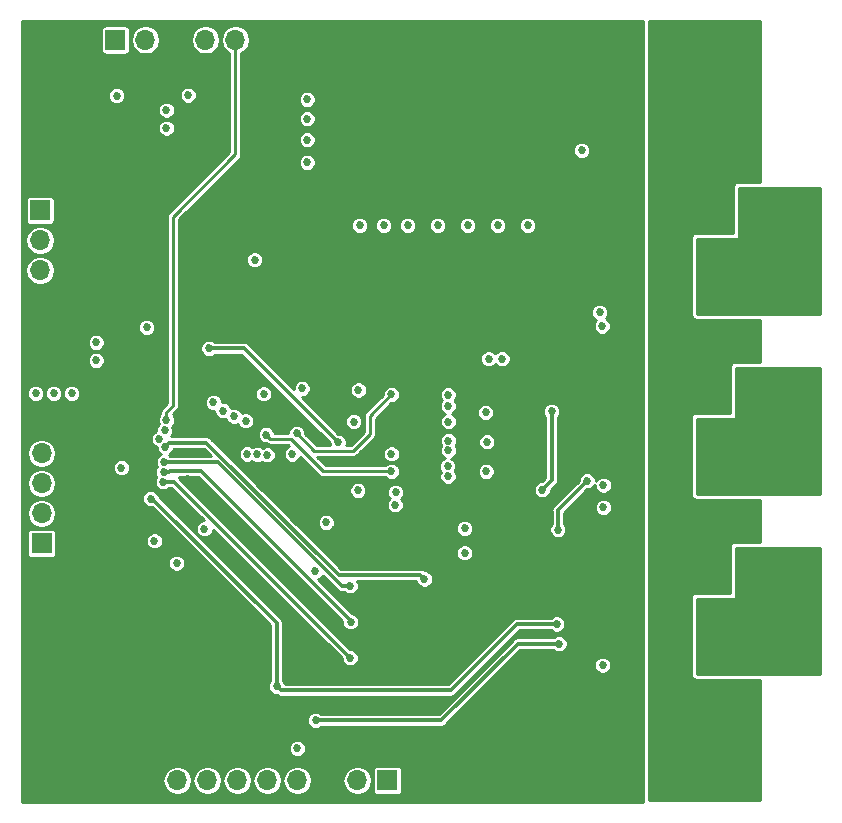
<source format=gbr>
G04 #@! TF.GenerationSoftware,KiCad,Pcbnew,5.0.2-bee76a0~70~ubuntu18.04.1*
G04 #@! TF.CreationDate,2019-03-01T11:09:08-06:00*
G04 #@! TF.ProjectId,MotorDriverXL,4d6f746f-7244-4726-9976-6572584c2e6b,V1.0*
G04 #@! TF.SameCoordinates,Original*
G04 #@! TF.FileFunction,Copper,L3,Inr*
G04 #@! TF.FilePolarity,Positive*
%FSLAX46Y46*%
G04 Gerber Fmt 4.6, Leading zero omitted, Abs format (unit mm)*
G04 Created by KiCad (PCBNEW 5.0.2-bee76a0~70~ubuntu18.04.1) date Fri 01 Mar 2019 11:09:08 AM CST*
%MOMM*%
%LPD*%
G01*
G04 APERTURE LIST*
G04 #@! TA.AperFunction,ViaPad*
%ADD10O,1.700000X1.700000*%
G04 #@! TD*
G04 #@! TA.AperFunction,ViaPad*
%ADD11R,1.700000X1.700000*%
G04 #@! TD*
G04 #@! TA.AperFunction,ViaPad*
%ADD12C,2.000000*%
G04 #@! TD*
G04 #@! TA.AperFunction,ViaPad*
%ADD13R,2.000000X2.000000*%
G04 #@! TD*
G04 #@! TA.AperFunction,ViaPad*
%ADD14O,1.600000X0.900000*%
G04 #@! TD*
G04 #@! TA.AperFunction,ViaPad*
%ADD15C,1.524000*%
G04 #@! TD*
G04 #@! TA.AperFunction,ViaPad*
%ADD16C,0.685800*%
G04 #@! TD*
G04 #@! TA.AperFunction,Conductor*
%ADD17C,0.304800*%
G04 #@! TD*
G04 #@! TA.AperFunction,Conductor*
%ADD18C,0.254000*%
G04 #@! TD*
G04 APERTURE END LIST*
D10*
G04 #@! TO.N,NRST*
G04 #@! TO.C,P4*
X121691400Y-64185800D03*
G04 #@! TO.N,SWDIO*
X119151400Y-64185800D03*
G04 #@! TO.N,GND*
X116611400Y-64185800D03*
G04 #@! TO.N,SWCLK*
X114071400Y-64185800D03*
D11*
G04 #@! TO.N,VCC_3V3*
X111531400Y-64185800D03*
G04 #@! TD*
D10*
G04 #@! TO.N,GND*
G04 #@! TO.C,P2*
X105283000Y-96647000D03*
G04 #@! TO.N,HALL_C*
X105283000Y-99187000D03*
G04 #@! TO.N,HALL_B*
X105283000Y-101727000D03*
G04 #@! TO.N,HALL_A*
X105283000Y-104267000D03*
D11*
G04 #@! TO.N,5V*
X105283000Y-106807000D03*
G04 #@! TD*
D10*
G04 #@! TO.N,SCK_ADC_EXT1*
G04 #@! TO.C,P3*
X116763800Y-126873000D03*
G04 #@! TO.N,MISO_ADC_EXT2*
X119303800Y-126873000D03*
G04 #@! TO.N,MOSI_TX_SCL*
X121843800Y-126873000D03*
G04 #@! TO.N,NSS_RX_SDA*
X124383800Y-126873000D03*
G04 #@! TO.N,ADC_EXT3*
X126923800Y-126873000D03*
G04 #@! TO.N,GND*
X129463800Y-126873000D03*
G04 #@! TO.N,VCC_3V3*
X132003800Y-126873000D03*
D11*
G04 #@! TO.N,5V*
X134543800Y-126873000D03*
G04 #@! TD*
D10*
G04 #@! TO.N,GND*
G04 #@! TO.C,P1*
X105156000Y-86233000D03*
G04 #@! TO.N,Net-(P1-Pad3)*
X105156000Y-83693000D03*
G04 #@! TO.N,Net-(P1-Pad2)*
X105156000Y-81153000D03*
D11*
G04 #@! TO.N,5V*
X105156000Y-78613000D03*
G04 #@! TD*
D12*
G04 #@! TO.N,GND*
G04 #@! TO.C,C31*
X153572200Y-67564000D03*
D13*
G04 #@! TO.N,V_SUPPLY*
X158572200Y-67564000D03*
G04 #@! TD*
D12*
G04 #@! TO.N,GND*
G04 #@! TO.C,C33*
X153572200Y-123444000D03*
D13*
G04 #@! TO.N,V_SUPPLY*
X158572200Y-123444000D03*
G04 #@! TD*
D14*
G04 #@! TO.N,GND*
G04 #@! TO.C,J1*
X106349800Y-74293000D03*
X106349800Y-67693000D03*
G04 #@! TD*
D15*
G04 #@! TO.N,V_SUPPLY*
X157607000Y-75057000D03*
X160147000Y-75057000D03*
X162687000Y-75057000D03*
X157607000Y-77343000D03*
X160147000Y-77343000D03*
X162687000Y-77343000D03*
X162687000Y-79629000D03*
X160147000Y-79629000D03*
X157607000Y-79629000D03*
X162687000Y-92837000D03*
X157607000Y-90551000D03*
X160147000Y-92837000D03*
X157607000Y-92837000D03*
X157607000Y-95123000D03*
X160147000Y-90551000D03*
X162687000Y-95123000D03*
X162687000Y-90551000D03*
X160147000Y-95123000D03*
X157607000Y-110363000D03*
X157607000Y-108077000D03*
X162687000Y-105791000D03*
X162687000Y-108077000D03*
X160147000Y-108077000D03*
X160147000Y-110363000D03*
X162687000Y-110363000D03*
X157607000Y-105791000D03*
X160147000Y-105791000D03*
X164719000Y-63881000D03*
X164719000Y-66167000D03*
X164719000Y-68453000D03*
X164719000Y-70739000D03*
X162687000Y-70739000D03*
X162687000Y-68453000D03*
X162687000Y-66167000D03*
X162687000Y-63881000D03*
X164973000Y-124587000D03*
X164973000Y-120015000D03*
X162941000Y-122301000D03*
X164973000Y-126873000D03*
X162941000Y-124587000D03*
X164973000Y-122301000D03*
X162941000Y-126873000D03*
X162941000Y-120015000D03*
D16*
X143129000Y-91186000D03*
X144272000Y-91186000D03*
X141097000Y-105537000D03*
X141097000Y-107619800D03*
G04 #@! TO.N,Net-(C9-Pad1)*
X131699000Y-96507290D03*
D15*
G04 #@! TO.N,SH_A*
X170307000Y-77597000D03*
X168529000Y-77597000D03*
X170307000Y-86741000D03*
X166751000Y-84963000D03*
X168529000Y-86741000D03*
X168529000Y-84963000D03*
X170307000Y-84963000D03*
X166751000Y-86741000D03*
X166751000Y-77597000D03*
X164719000Y-81915000D03*
X164719000Y-83947000D03*
X164719000Y-86233000D03*
X161925000Y-86233000D03*
X161925000Y-83947000D03*
X161925000Y-81915000D03*
D16*
X142873295Y-95732600D03*
D15*
G04 #@! TO.N,SH_B*
X161925000Y-97409000D03*
X164719000Y-101727000D03*
X161925000Y-99441000D03*
X164719000Y-99441000D03*
X161925000Y-101727000D03*
X164719000Y-97409000D03*
X166751000Y-92837000D03*
X166751000Y-101981000D03*
X168529000Y-100203000D03*
X170307000Y-101981000D03*
X166751000Y-100203000D03*
X168529000Y-92837000D03*
X168529000Y-101981000D03*
X170307000Y-100203000D03*
X170307000Y-92837000D03*
D16*
X142974910Y-98221779D03*
D15*
G04 #@! TO.N,SH_C*
X164719000Y-116967000D03*
X164719000Y-114681000D03*
X161925000Y-116967000D03*
X161925000Y-112649000D03*
X161925000Y-114681000D03*
X164719000Y-112649000D03*
X170307000Y-108077000D03*
X168529000Y-108077000D03*
X170307000Y-117221000D03*
X166751000Y-108077000D03*
X166751000Y-115443000D03*
X168529000Y-115443000D03*
X168529000Y-117221000D03*
X166751000Y-117221000D03*
X170307000Y-115443000D03*
D16*
X142911869Y-100709800D03*
G04 #@! TO.N,5V*
X132207000Y-79883000D03*
X123317000Y-82804000D03*
X134239000Y-79883000D03*
X136271000Y-79883000D03*
X138811000Y-79883000D03*
X141351000Y-79883000D03*
X146431000Y-79883000D03*
X143891000Y-79883000D03*
X109893089Y-89789000D03*
X109893089Y-91313000D03*
X111633000Y-68910200D03*
G04 #@! TO.N,SL_A*
X147650200Y-102285800D03*
X148463000Y-95631000D03*
G04 #@! TO.N,SL_B*
X151460200Y-101523800D03*
X148986939Y-105648061D03*
G04 #@! TO.N,GH_A*
X139700000Y-95186500D03*
X151003000Y-73533000D03*
G04 #@! TO.N,GL_A*
X152527000Y-87249000D03*
X139725400Y-96507290D03*
G04 #@! TO.N,GH_B*
X152730200Y-88417400D03*
X139725400Y-98107477D03*
G04 #@! TO.N,GL_B*
X152831800Y-101879400D03*
X139725400Y-98945690D03*
G04 #@! TO.N,GH_C*
X152831800Y-103759000D03*
X139648867Y-100291910D03*
G04 #@! TO.N,GL_C*
X152781000Y-117119400D03*
X139685080Y-101129340D03*
G04 #@! TO.N,EN_GATE*
X130383827Y-98259910D03*
X119443479Y-90297000D03*
G04 #@! TO.N,INL_A*
X134899400Y-99237800D03*
X126492205Y-99250490D03*
G04 #@! TO.N,INH_C*
X134899400Y-100711000D03*
X124282200Y-97612200D03*
G04 #@! TO.N,VCC_3V3*
X114173000Y-88519000D03*
X127762000Y-69215000D03*
X139700000Y-94234000D03*
X127762000Y-70866000D03*
X127762000Y-72644000D03*
X127762000Y-74549000D03*
X127330200Y-93700600D03*
X132054600Y-102336600D03*
X112039400Y-100406200D03*
X117678200Y-68859400D03*
X129362200Y-105029000D03*
X116713000Y-108483400D03*
X128447800Y-109194600D03*
X114833400Y-106603800D03*
X149098000Y-115316000D03*
X128473200Y-121793000D03*
G04 #@! TO.N,CURR_A*
X135255000Y-102489000D03*
X115692655Y-97253844D03*
G04 #@! TO.N,CURR_B*
X135204200Y-103555800D03*
X115247466Y-97964060D03*
G04 #@! TO.N,SENS_B*
X131445000Y-113461800D03*
X115617422Y-100773267D03*
G04 #@! TO.N,SENS_A*
X131394200Y-110413800D03*
X115660352Y-99936156D03*
G04 #@! TO.N,SENS_SUPPLY*
X137693400Y-109829600D03*
X115743758Y-98639555D03*
G04 #@! TO.N,SENS_C*
X131394200Y-116509800D03*
X115566075Y-101609905D03*
G04 #@! TO.N,HALL_A*
X124378399Y-99328075D03*
X107823000Y-94107000D03*
G04 #@! TO.N,HALL_B*
X123542103Y-99271424D03*
X106299000Y-94107000D03*
G04 #@! TO.N,HALL_C*
X122682956Y-99250490D03*
X104775000Y-94107000D03*
G04 #@! TO.N,USB_N*
X115849400Y-70129400D03*
X122555000Y-96443800D03*
G04 #@! TO.N,Net-(R10-Pad1)*
X132105400Y-93832110D03*
G04 #@! TO.N,NRST*
X115849607Y-96391951D03*
G04 #@! TO.N,SWDIO*
X120624600Y-95580200D03*
G04 #@! TO.N,SWCLK*
X119811800Y-94869000D03*
G04 #@! TO.N,GATE_CS*
X134899400Y-94208600D03*
X126873000Y-97510600D03*
G04 #@! TO.N,ADC_EXT3*
X119049800Y-105587800D03*
X126923800Y-124180600D03*
G04 #@! TO.N,USB_P*
X115849400Y-71653400D03*
X121539000Y-96037400D03*
G04 #@! TO.N,Net-(C38-Pad1)*
X124079000Y-94157800D03*
G04 #@! TO.N,TEMP*
X148894800Y-113639600D03*
X125171200Y-118922800D03*
X114503200Y-103022400D03*
G04 #@! TO.N,GND*
X115824000Y-76962000D03*
X135712200Y-94869000D03*
D15*
X149225000Y-70485000D03*
X147193000Y-70485000D03*
X149225000Y-63627000D03*
X147193000Y-63627000D03*
X147193000Y-68199000D03*
X149225000Y-68199000D03*
X149225000Y-65913000D03*
X147193000Y-65913000D03*
X149987000Y-98806000D03*
X149987000Y-96393000D03*
X152527000Y-93091000D03*
X152527000Y-90424000D03*
X152527000Y-95885000D03*
X154686000Y-95885000D03*
X154686000Y-98806000D03*
X152400000Y-98806000D03*
X154686000Y-93091000D03*
X154686000Y-90424000D03*
X154940000Y-105664000D03*
X155067000Y-107823000D03*
X155067000Y-110109000D03*
X152908000Y-107950000D03*
X152908000Y-105664000D03*
X149987000Y-79121000D03*
X152527000Y-75946000D03*
X152527000Y-78232000D03*
X149987000Y-76962000D03*
X152527000Y-80264000D03*
X149860000Y-86106000D03*
X149860000Y-81534000D03*
X149860000Y-83820000D03*
D16*
X138430000Y-94869000D03*
X135966200Y-101473000D03*
X138430000Y-101473000D03*
X135051800Y-105435400D03*
X135051800Y-107518200D03*
D15*
X146634200Y-125044200D03*
X148666200Y-125044200D03*
X146634200Y-127330200D03*
X146634200Y-120472200D03*
X148666200Y-127330200D03*
X148666200Y-122758200D03*
X146634200Y-122758200D03*
X148666200Y-120472200D03*
D16*
X117475000Y-93091000D03*
X117017800Y-99187000D03*
X117663490Y-101337258D03*
X135559800Y-112445800D03*
X134239000Y-69850000D03*
X132461000Y-69850000D03*
X127762000Y-81534000D03*
X129286000Y-81534000D03*
X127762000Y-83058000D03*
X129286000Y-83058000D03*
G04 #@! TD*
D17*
G04 #@! TO.N,SL_A*
X147650200Y-102285800D02*
X148463000Y-101473000D01*
X148463000Y-101473000D02*
X148463000Y-95631000D01*
G04 #@! TO.N,SL_B*
X148986939Y-103997061D02*
X148986939Y-105163128D01*
X148986939Y-105163128D02*
X148986939Y-105648061D01*
X151460200Y-101523800D02*
X148986939Y-103997061D01*
G04 #@! TO.N,EN_GATE*
X130433937Y-98209800D02*
X130383827Y-98259910D01*
X130383827Y-98259910D02*
X122420917Y-90297000D01*
X122420917Y-90297000D02*
X119928412Y-90297000D01*
X119928412Y-90297000D02*
X119443479Y-90297000D01*
X119535986Y-90297000D02*
X119443479Y-90297000D01*
X119546893Y-90307907D02*
X119535986Y-90297000D01*
D18*
G04 #@! TO.N,INH_C*
X124625099Y-97955099D02*
X126352299Y-97955099D01*
X124282200Y-97612200D02*
X124625099Y-97955099D01*
X129108200Y-100711000D02*
X134899400Y-100711000D01*
X126352299Y-97955099D02*
X129108200Y-100711000D01*
D17*
G04 #@! TO.N,VCC_3V3*
X139115800Y-121793000D02*
X128473200Y-121793000D01*
X145592800Y-115316000D02*
X139115800Y-121793000D01*
X145592800Y-115316000D02*
X149098000Y-115316000D01*
G04 #@! TO.N,SENS_B*
X116186065Y-100689557D02*
X116102355Y-100773267D01*
X116102355Y-100773267D02*
X115617422Y-100773267D01*
X118760549Y-100689557D02*
X116186065Y-100689557D01*
X131488896Y-113417904D02*
X118760549Y-100689557D01*
G04 #@! TO.N,SENS_A*
X130696808Y-110413800D02*
X120219164Y-99936156D01*
X120219164Y-99936156D02*
X116145285Y-99936156D01*
X131394200Y-110413800D02*
X130696808Y-110413800D01*
X116145285Y-99936156D02*
X115660352Y-99936156D01*
G04 #@! TO.N,SENS_SUPPLY*
X119226256Y-98296656D02*
X116086657Y-98296656D01*
X137693400Y-109829600D02*
X137350501Y-109486701D01*
X130416301Y-109486701D02*
X119226256Y-98296656D01*
X137350501Y-109486701D02*
X130416301Y-109486701D01*
X116086657Y-98296656D02*
X115743758Y-98639555D01*
G04 #@! TO.N,SENS_C*
X131394200Y-116509800D02*
X119405400Y-104521000D01*
X116494305Y-101609905D02*
X116051008Y-101609905D01*
X116051008Y-101609905D02*
X115566075Y-101609905D01*
X119405400Y-104521000D02*
X116494305Y-101609905D01*
D18*
G04 #@! TO.N,NRST*
X115849400Y-95704867D02*
X116408200Y-95146067D01*
X116408200Y-95146067D02*
X116408200Y-79171800D01*
X121691400Y-73888600D02*
X121691400Y-64185800D01*
X116408200Y-79171800D02*
X121691400Y-73888600D01*
X115849400Y-95906811D02*
X115849400Y-95704867D01*
X115849607Y-95907018D02*
X115849400Y-95906811D01*
X115849607Y-96391951D02*
X115849607Y-95907018D01*
G04 #@! TO.N,GATE_CS*
X133070600Y-97561400D02*
X133070600Y-96037400D01*
X131648200Y-98983800D02*
X133070600Y-97561400D01*
X133070600Y-96037400D02*
X134899400Y-94208600D01*
X126873000Y-97510600D02*
X128346200Y-98983800D01*
X128346200Y-98983800D02*
X131648200Y-98983800D01*
D17*
G04 #@! TO.N,TEMP*
X125514099Y-119265699D02*
X139915901Y-119265699D01*
X125171200Y-118922800D02*
X125514099Y-119265699D01*
X139915901Y-119265699D02*
X145542000Y-113639600D01*
X125171200Y-113538000D02*
X125171200Y-118922800D01*
X114503200Y-103022400D02*
X114655600Y-103022400D01*
X114655600Y-103022400D02*
X125171200Y-113538000D01*
X145542000Y-113639600D02*
X148894800Y-113639600D01*
G04 #@! TD*
D18*
G04 #@! TO.N,SH_A*
G36*
X171196000Y-87376000D02*
X160782000Y-87376000D01*
X160782000Y-81026000D01*
X164211000Y-81026000D01*
X164235776Y-81023560D01*
X164259601Y-81016333D01*
X164281557Y-81004597D01*
X164300803Y-80988803D01*
X164316597Y-80969557D01*
X164328333Y-80947601D01*
X164335560Y-80923776D01*
X164338000Y-80899000D01*
X164338000Y-76708000D01*
X171196000Y-76708000D01*
X171196000Y-87376000D01*
X171196000Y-87376000D01*
G37*
X171196000Y-87376000D02*
X160782000Y-87376000D01*
X160782000Y-81026000D01*
X164211000Y-81026000D01*
X164235776Y-81023560D01*
X164259601Y-81016333D01*
X164281557Y-81004597D01*
X164300803Y-80988803D01*
X164316597Y-80969557D01*
X164328333Y-80947601D01*
X164335560Y-80923776D01*
X164338000Y-80899000D01*
X164338000Y-76708000D01*
X171196000Y-76708000D01*
X171196000Y-87376000D01*
G04 #@! TO.N,SH_B*
G36*
X171187100Y-102616000D02*
X160772995Y-102616000D01*
X160772995Y-96266000D01*
X163947995Y-96266000D01*
X163972771Y-96263560D01*
X163996596Y-96256333D01*
X164018552Y-96244597D01*
X164037798Y-96228803D01*
X164053592Y-96209557D01*
X164065328Y-96187601D01*
X164072555Y-96163776D01*
X164074995Y-96139265D01*
X164083736Y-91948000D01*
X171195895Y-91948000D01*
X171187100Y-102616000D01*
X171187100Y-102616000D01*
G37*
X171187100Y-102616000D02*
X160772995Y-102616000D01*
X160772995Y-96266000D01*
X163947995Y-96266000D01*
X163972771Y-96263560D01*
X163996596Y-96256333D01*
X164018552Y-96244597D01*
X164037798Y-96228803D01*
X164053592Y-96209557D01*
X164065328Y-96187601D01*
X164072555Y-96163776D01*
X164074995Y-96139265D01*
X164083736Y-91948000D01*
X171195895Y-91948000D01*
X171187100Y-102616000D01*
G04 #@! TO.N,SH_C*
G36*
X171186995Y-117856000D02*
X160772995Y-117856000D01*
X160772995Y-111506000D01*
X163947995Y-111506000D01*
X163972771Y-111503560D01*
X163996596Y-111496333D01*
X164018552Y-111484597D01*
X164037798Y-111468803D01*
X164053592Y-111449557D01*
X164065328Y-111427601D01*
X164072555Y-111403776D01*
X164074995Y-111379000D01*
X164074995Y-107188000D01*
X171186995Y-107188000D01*
X171186995Y-117856000D01*
X171186995Y-117856000D01*
G37*
X171186995Y-117856000D02*
X160772995Y-117856000D01*
X160772995Y-111506000D01*
X163947995Y-111506000D01*
X163972771Y-111503560D01*
X163996596Y-111496333D01*
X164018552Y-111484597D01*
X164037798Y-111468803D01*
X164053592Y-111449557D01*
X164065328Y-111427601D01*
X164072555Y-111403776D01*
X164074995Y-111379000D01*
X164074995Y-107188000D01*
X171186995Y-107188000D01*
X171186995Y-117856000D01*
G04 #@! TO.N,V_SUPPLY*
G36*
X166116000Y-76200000D02*
X164211000Y-76200000D01*
X164065198Y-76229002D01*
X163941592Y-76311592D01*
X163859002Y-76435198D01*
X163830000Y-76581000D01*
X163830000Y-80518000D01*
X160655000Y-80518000D01*
X160509198Y-80547002D01*
X160385592Y-80629592D01*
X160303002Y-80753198D01*
X160274000Y-80899000D01*
X160274000Y-87503000D01*
X160303002Y-87648802D01*
X160385592Y-87772408D01*
X160509198Y-87854998D01*
X160655000Y-87884000D01*
X166116000Y-87884000D01*
X166116000Y-91440000D01*
X163957000Y-91440000D01*
X163811932Y-91468699D01*
X163688155Y-91551031D01*
X163605307Y-91674464D01*
X163576001Y-91820205D01*
X163567789Y-95758000D01*
X160645995Y-95758000D01*
X160500193Y-95787002D01*
X160376587Y-95869592D01*
X160293997Y-95993198D01*
X160264995Y-96139000D01*
X160264995Y-102743000D01*
X160293997Y-102888802D01*
X160376587Y-103012408D01*
X160500193Y-103094998D01*
X160645995Y-103124000D01*
X166116000Y-103124000D01*
X166116000Y-106680000D01*
X163947995Y-106680000D01*
X163802193Y-106709002D01*
X163678587Y-106791592D01*
X163595997Y-106915198D01*
X163566995Y-107061000D01*
X163566995Y-110998000D01*
X160645995Y-110998000D01*
X160500193Y-111027002D01*
X160376587Y-111109592D01*
X160293997Y-111233198D01*
X160264995Y-111379000D01*
X160264995Y-117983000D01*
X160293997Y-118128802D01*
X160376587Y-118252408D01*
X160500193Y-118334998D01*
X160645995Y-118364000D01*
X166116000Y-118364000D01*
X166116000Y-128524000D01*
X156718000Y-128524000D01*
X156718000Y-62559000D01*
X166116000Y-62559000D01*
X166116000Y-76200000D01*
X166116000Y-76200000D01*
G37*
X166116000Y-76200000D02*
X164211000Y-76200000D01*
X164065198Y-76229002D01*
X163941592Y-76311592D01*
X163859002Y-76435198D01*
X163830000Y-76581000D01*
X163830000Y-80518000D01*
X160655000Y-80518000D01*
X160509198Y-80547002D01*
X160385592Y-80629592D01*
X160303002Y-80753198D01*
X160274000Y-80899000D01*
X160274000Y-87503000D01*
X160303002Y-87648802D01*
X160385592Y-87772408D01*
X160509198Y-87854998D01*
X160655000Y-87884000D01*
X166116000Y-87884000D01*
X166116000Y-91440000D01*
X163957000Y-91440000D01*
X163811932Y-91468699D01*
X163688155Y-91551031D01*
X163605307Y-91674464D01*
X163576001Y-91820205D01*
X163567789Y-95758000D01*
X160645995Y-95758000D01*
X160500193Y-95787002D01*
X160376587Y-95869592D01*
X160293997Y-95993198D01*
X160264995Y-96139000D01*
X160264995Y-102743000D01*
X160293997Y-102888802D01*
X160376587Y-103012408D01*
X160500193Y-103094998D01*
X160645995Y-103124000D01*
X166116000Y-103124000D01*
X166116000Y-106680000D01*
X163947995Y-106680000D01*
X163802193Y-106709002D01*
X163678587Y-106791592D01*
X163595997Y-106915198D01*
X163566995Y-107061000D01*
X163566995Y-110998000D01*
X160645995Y-110998000D01*
X160500193Y-111027002D01*
X160376587Y-111109592D01*
X160293997Y-111233198D01*
X160264995Y-111379000D01*
X160264995Y-117983000D01*
X160293997Y-118128802D01*
X160376587Y-118252408D01*
X160500193Y-118334998D01*
X160645995Y-118364000D01*
X166116000Y-118364000D01*
X166116000Y-128524000D01*
X156718000Y-128524000D01*
X156718000Y-62559000D01*
X166116000Y-62559000D01*
X166116000Y-76200000D01*
G04 #@! TO.N,GND*
G36*
X156210000Y-128703000D02*
X103580000Y-128703000D01*
X103580000Y-126873000D01*
X115508684Y-126873000D01*
X115604224Y-127353312D01*
X115876299Y-127760501D01*
X116283488Y-128032576D01*
X116642561Y-128104000D01*
X116885039Y-128104000D01*
X117244112Y-128032576D01*
X117651301Y-127760501D01*
X117923376Y-127353312D01*
X118018916Y-126873000D01*
X118048684Y-126873000D01*
X118144224Y-127353312D01*
X118416299Y-127760501D01*
X118823488Y-128032576D01*
X119182561Y-128104000D01*
X119425039Y-128104000D01*
X119784112Y-128032576D01*
X120191301Y-127760501D01*
X120463376Y-127353312D01*
X120558916Y-126873000D01*
X120588684Y-126873000D01*
X120684224Y-127353312D01*
X120956299Y-127760501D01*
X121363488Y-128032576D01*
X121722561Y-128104000D01*
X121965039Y-128104000D01*
X122324112Y-128032576D01*
X122731301Y-127760501D01*
X123003376Y-127353312D01*
X123098916Y-126873000D01*
X123128684Y-126873000D01*
X123224224Y-127353312D01*
X123496299Y-127760501D01*
X123903488Y-128032576D01*
X124262561Y-128104000D01*
X124505039Y-128104000D01*
X124864112Y-128032576D01*
X125271301Y-127760501D01*
X125543376Y-127353312D01*
X125638916Y-126873000D01*
X125668684Y-126873000D01*
X125764224Y-127353312D01*
X126036299Y-127760501D01*
X126443488Y-128032576D01*
X126802561Y-128104000D01*
X127045039Y-128104000D01*
X127404112Y-128032576D01*
X127811301Y-127760501D01*
X128083376Y-127353312D01*
X128178916Y-126873000D01*
X130748684Y-126873000D01*
X130844224Y-127353312D01*
X131116299Y-127760501D01*
X131523488Y-128032576D01*
X131882561Y-128104000D01*
X132125039Y-128104000D01*
X132484112Y-128032576D01*
X132891301Y-127760501D01*
X133163376Y-127353312D01*
X133258916Y-126873000D01*
X133163376Y-126392688D01*
X132916359Y-126023000D01*
X133305336Y-126023000D01*
X133305336Y-127723000D01*
X133334906Y-127871659D01*
X133419114Y-127997686D01*
X133545141Y-128081894D01*
X133693800Y-128111464D01*
X135393800Y-128111464D01*
X135542459Y-128081894D01*
X135668486Y-127997686D01*
X135752694Y-127871659D01*
X135782264Y-127723000D01*
X135782264Y-126023000D01*
X135752694Y-125874341D01*
X135668486Y-125748314D01*
X135542459Y-125664106D01*
X135393800Y-125634536D01*
X133693800Y-125634536D01*
X133545141Y-125664106D01*
X133419114Y-125748314D01*
X133334906Y-125874341D01*
X133305336Y-126023000D01*
X132916359Y-126023000D01*
X132891301Y-125985499D01*
X132484112Y-125713424D01*
X132125039Y-125642000D01*
X131882561Y-125642000D01*
X131523488Y-125713424D01*
X131116299Y-125985499D01*
X130844224Y-126392688D01*
X130748684Y-126873000D01*
X128178916Y-126873000D01*
X128083376Y-126392688D01*
X127811301Y-125985499D01*
X127404112Y-125713424D01*
X127045039Y-125642000D01*
X126802561Y-125642000D01*
X126443488Y-125713424D01*
X126036299Y-125985499D01*
X125764224Y-126392688D01*
X125668684Y-126873000D01*
X125638916Y-126873000D01*
X125543376Y-126392688D01*
X125271301Y-125985499D01*
X124864112Y-125713424D01*
X124505039Y-125642000D01*
X124262561Y-125642000D01*
X123903488Y-125713424D01*
X123496299Y-125985499D01*
X123224224Y-126392688D01*
X123128684Y-126873000D01*
X123098916Y-126873000D01*
X123003376Y-126392688D01*
X122731301Y-125985499D01*
X122324112Y-125713424D01*
X121965039Y-125642000D01*
X121722561Y-125642000D01*
X121363488Y-125713424D01*
X120956299Y-125985499D01*
X120684224Y-126392688D01*
X120588684Y-126873000D01*
X120558916Y-126873000D01*
X120463376Y-126392688D01*
X120191301Y-125985499D01*
X119784112Y-125713424D01*
X119425039Y-125642000D01*
X119182561Y-125642000D01*
X118823488Y-125713424D01*
X118416299Y-125985499D01*
X118144224Y-126392688D01*
X118048684Y-126873000D01*
X118018916Y-126873000D01*
X117923376Y-126392688D01*
X117651301Y-125985499D01*
X117244112Y-125713424D01*
X116885039Y-125642000D01*
X116642561Y-125642000D01*
X116283488Y-125713424D01*
X115876299Y-125985499D01*
X115604224Y-126392688D01*
X115508684Y-126873000D01*
X103580000Y-126873000D01*
X103580000Y-124036607D01*
X126199900Y-124036607D01*
X126199900Y-124324593D01*
X126310107Y-124590656D01*
X126513744Y-124794293D01*
X126779807Y-124904500D01*
X127067793Y-124904500D01*
X127333856Y-124794293D01*
X127537493Y-124590656D01*
X127647700Y-124324593D01*
X127647700Y-124036607D01*
X127537493Y-123770544D01*
X127333856Y-123566907D01*
X127067793Y-123456700D01*
X126779807Y-123456700D01*
X126513744Y-123566907D01*
X126310107Y-123770544D01*
X126199900Y-124036607D01*
X103580000Y-124036607D01*
X103580000Y-121649007D01*
X127749300Y-121649007D01*
X127749300Y-121936993D01*
X127859507Y-122203056D01*
X128063144Y-122406693D01*
X128329207Y-122516900D01*
X128617193Y-122516900D01*
X128883256Y-122406693D01*
X128963549Y-122326400D01*
X139063274Y-122326400D01*
X139115800Y-122336848D01*
X139168326Y-122326400D01*
X139168331Y-122326400D01*
X139323922Y-122295451D01*
X139500359Y-122177559D01*
X139530117Y-122133023D01*
X144687733Y-116975407D01*
X152057100Y-116975407D01*
X152057100Y-117263393D01*
X152167307Y-117529456D01*
X152370944Y-117733093D01*
X152637007Y-117843300D01*
X152924993Y-117843300D01*
X153191056Y-117733093D01*
X153394693Y-117529456D01*
X153504900Y-117263393D01*
X153504900Y-116975407D01*
X153394693Y-116709344D01*
X153191056Y-116505707D01*
X152924993Y-116395500D01*
X152637007Y-116395500D01*
X152370944Y-116505707D01*
X152167307Y-116709344D01*
X152057100Y-116975407D01*
X144687733Y-116975407D01*
X145813741Y-115849400D01*
X148607651Y-115849400D01*
X148687944Y-115929693D01*
X148954007Y-116039900D01*
X149241993Y-116039900D01*
X149508056Y-115929693D01*
X149711693Y-115726056D01*
X149821900Y-115459993D01*
X149821900Y-115172007D01*
X149711693Y-114905944D01*
X149508056Y-114702307D01*
X149241993Y-114592100D01*
X148954007Y-114592100D01*
X148687944Y-114702307D01*
X148607651Y-114782600D01*
X145645325Y-114782600D01*
X145592799Y-114772152D01*
X145540273Y-114782600D01*
X145540269Y-114782600D01*
X145384678Y-114813549D01*
X145208241Y-114931441D01*
X145178485Y-114975974D01*
X138894860Y-121259600D01*
X128963549Y-121259600D01*
X128883256Y-121179307D01*
X128617193Y-121069100D01*
X128329207Y-121069100D01*
X128063144Y-121179307D01*
X127859507Y-121382944D01*
X127749300Y-121649007D01*
X103580000Y-121649007D01*
X103580000Y-108339407D01*
X115989100Y-108339407D01*
X115989100Y-108627393D01*
X116099307Y-108893456D01*
X116302944Y-109097093D01*
X116569007Y-109207300D01*
X116856993Y-109207300D01*
X117123056Y-109097093D01*
X117326693Y-108893456D01*
X117436900Y-108627393D01*
X117436900Y-108339407D01*
X117326693Y-108073344D01*
X117123056Y-107869707D01*
X116856993Y-107759500D01*
X116569007Y-107759500D01*
X116302944Y-107869707D01*
X116099307Y-108073344D01*
X115989100Y-108339407D01*
X103580000Y-108339407D01*
X103580000Y-105957000D01*
X104044536Y-105957000D01*
X104044536Y-107657000D01*
X104074106Y-107805659D01*
X104158314Y-107931686D01*
X104284341Y-108015894D01*
X104433000Y-108045464D01*
X106133000Y-108045464D01*
X106281659Y-108015894D01*
X106407686Y-107931686D01*
X106491894Y-107805659D01*
X106521464Y-107657000D01*
X106521464Y-106459807D01*
X114109500Y-106459807D01*
X114109500Y-106747793D01*
X114219707Y-107013856D01*
X114423344Y-107217493D01*
X114689407Y-107327700D01*
X114977393Y-107327700D01*
X115243456Y-107217493D01*
X115447093Y-107013856D01*
X115557300Y-106747793D01*
X115557300Y-106459807D01*
X115447093Y-106193744D01*
X115243456Y-105990107D01*
X114977393Y-105879900D01*
X114689407Y-105879900D01*
X114423344Y-105990107D01*
X114219707Y-106193744D01*
X114109500Y-106459807D01*
X106521464Y-106459807D01*
X106521464Y-105957000D01*
X106491894Y-105808341D01*
X106407686Y-105682314D01*
X106281659Y-105598106D01*
X106133000Y-105568536D01*
X104433000Y-105568536D01*
X104284341Y-105598106D01*
X104158314Y-105682314D01*
X104074106Y-105808341D01*
X104044536Y-105957000D01*
X103580000Y-105957000D01*
X103580000Y-104267000D01*
X104027884Y-104267000D01*
X104123424Y-104747312D01*
X104395499Y-105154501D01*
X104802688Y-105426576D01*
X105161761Y-105498000D01*
X105404239Y-105498000D01*
X105763312Y-105426576D01*
X106170501Y-105154501D01*
X106442576Y-104747312D01*
X106538116Y-104267000D01*
X106442576Y-103786688D01*
X106170501Y-103379499D01*
X105763312Y-103107424D01*
X105404239Y-103036000D01*
X105161761Y-103036000D01*
X104802688Y-103107424D01*
X104395499Y-103379499D01*
X104123424Y-103786688D01*
X104027884Y-104267000D01*
X103580000Y-104267000D01*
X103580000Y-101727000D01*
X104027884Y-101727000D01*
X104123424Y-102207312D01*
X104395499Y-102614501D01*
X104802688Y-102886576D01*
X105161761Y-102958000D01*
X105404239Y-102958000D01*
X105763312Y-102886576D01*
X105775537Y-102878407D01*
X113779300Y-102878407D01*
X113779300Y-103166393D01*
X113889507Y-103432456D01*
X114093144Y-103636093D01*
X114359207Y-103746300D01*
X114625160Y-103746300D01*
X124637800Y-113758941D01*
X124637801Y-118432450D01*
X124557507Y-118512744D01*
X124447300Y-118778807D01*
X124447300Y-119066793D01*
X124557507Y-119332856D01*
X124761144Y-119536493D01*
X125027207Y-119646700D01*
X125127163Y-119646700D01*
X125129540Y-119650258D01*
X125174070Y-119680012D01*
X125174072Y-119680014D01*
X125254961Y-119734062D01*
X125305977Y-119768150D01*
X125461568Y-119799099D01*
X125461572Y-119799099D01*
X125514098Y-119809547D01*
X125566624Y-119799099D01*
X139863375Y-119799099D01*
X139915901Y-119809547D01*
X139968427Y-119799099D01*
X139968432Y-119799099D01*
X140124023Y-119768150D01*
X140300460Y-119650258D01*
X140330218Y-119605722D01*
X145762942Y-114173000D01*
X148404451Y-114173000D01*
X148484744Y-114253293D01*
X148750807Y-114363500D01*
X149038793Y-114363500D01*
X149304856Y-114253293D01*
X149508493Y-114049656D01*
X149618700Y-113783593D01*
X149618700Y-113495607D01*
X149508493Y-113229544D01*
X149304856Y-113025907D01*
X149038793Y-112915700D01*
X148750807Y-112915700D01*
X148484744Y-113025907D01*
X148404451Y-113106200D01*
X145594527Y-113106200D01*
X145542000Y-113095752D01*
X145489473Y-113106200D01*
X145489469Y-113106200D01*
X145333878Y-113137149D01*
X145201974Y-113225284D01*
X145201971Y-113225287D01*
X145157441Y-113255041D01*
X145127687Y-113299571D01*
X139694961Y-118732299D01*
X125875836Y-118732299D01*
X125784893Y-118512744D01*
X125704600Y-118432451D01*
X125704600Y-113590525D01*
X125715048Y-113537999D01*
X125704600Y-113485473D01*
X125704600Y-113485469D01*
X125673651Y-113329878D01*
X125555759Y-113153441D01*
X125511226Y-113123685D01*
X115199631Y-102812091D01*
X115116893Y-102612344D01*
X114913256Y-102408707D01*
X114647193Y-102298500D01*
X114359207Y-102298500D01*
X114093144Y-102408707D01*
X113889507Y-102612344D01*
X113779300Y-102878407D01*
X105775537Y-102878407D01*
X106170501Y-102614501D01*
X106442576Y-102207312D01*
X106538116Y-101727000D01*
X106442576Y-101246688D01*
X106170501Y-100839499D01*
X105763312Y-100567424D01*
X105404239Y-100496000D01*
X105161761Y-100496000D01*
X104802688Y-100567424D01*
X104395499Y-100839499D01*
X104123424Y-101246688D01*
X104027884Y-101727000D01*
X103580000Y-101727000D01*
X103580000Y-99187000D01*
X104027884Y-99187000D01*
X104123424Y-99667312D01*
X104395499Y-100074501D01*
X104802688Y-100346576D01*
X105161761Y-100418000D01*
X105404239Y-100418000D01*
X105763312Y-100346576D01*
X105889579Y-100262207D01*
X111315500Y-100262207D01*
X111315500Y-100550193D01*
X111425707Y-100816256D01*
X111629344Y-101019893D01*
X111895407Y-101130100D01*
X112183393Y-101130100D01*
X112449456Y-101019893D01*
X112653093Y-100816256D01*
X112763300Y-100550193D01*
X112763300Y-100262207D01*
X112653093Y-99996144D01*
X112449456Y-99792507D01*
X112183393Y-99682300D01*
X111895407Y-99682300D01*
X111629344Y-99792507D01*
X111425707Y-99996144D01*
X111315500Y-100262207D01*
X105889579Y-100262207D01*
X106170501Y-100074501D01*
X106442576Y-99667312D01*
X106538116Y-99187000D01*
X106442576Y-98706688D01*
X106170501Y-98299499D01*
X105763312Y-98027424D01*
X105404239Y-97956000D01*
X105161761Y-97956000D01*
X104802688Y-98027424D01*
X104395499Y-98299499D01*
X104123424Y-98706688D01*
X104027884Y-99187000D01*
X103580000Y-99187000D01*
X103580000Y-97820067D01*
X114523566Y-97820067D01*
X114523566Y-98108053D01*
X114633773Y-98374116D01*
X114837410Y-98577753D01*
X115019858Y-98653326D01*
X115019858Y-98783548D01*
X115130065Y-99049611D01*
X115333702Y-99253248D01*
X115375549Y-99270582D01*
X115250296Y-99322463D01*
X115046659Y-99526100D01*
X114936452Y-99792163D01*
X114936452Y-100080149D01*
X115039064Y-100327876D01*
X115003729Y-100363211D01*
X114893522Y-100629274D01*
X114893522Y-100917260D01*
X114993530Y-101158701D01*
X114952382Y-101199849D01*
X114842175Y-101465912D01*
X114842175Y-101753898D01*
X114952382Y-102019961D01*
X115156019Y-102223598D01*
X115422082Y-102333805D01*
X115710068Y-102333805D01*
X115976131Y-102223598D01*
X116056424Y-102143305D01*
X116273365Y-102143305D01*
X118993959Y-104863900D01*
X118905807Y-104863900D01*
X118639744Y-104974107D01*
X118436107Y-105177744D01*
X118325900Y-105443807D01*
X118325900Y-105731793D01*
X118436107Y-105997856D01*
X118639744Y-106201493D01*
X118905807Y-106311700D01*
X119193793Y-106311700D01*
X119459856Y-106201493D01*
X119663493Y-105997856D01*
X119773700Y-105731793D01*
X119773700Y-105643640D01*
X130670300Y-116540242D01*
X130670300Y-116653793D01*
X130780507Y-116919856D01*
X130984144Y-117123493D01*
X131250207Y-117233700D01*
X131538193Y-117233700D01*
X131804256Y-117123493D01*
X132007893Y-116919856D01*
X132118100Y-116653793D01*
X132118100Y-116365807D01*
X132007893Y-116099744D01*
X131804256Y-115896107D01*
X131538193Y-115785900D01*
X131424642Y-115785900D01*
X119819717Y-104180977D01*
X119819715Y-104180974D01*
X116908622Y-101269882D01*
X116878864Y-101225346D01*
X116875289Y-101222957D01*
X118539609Y-101222957D01*
X130721100Y-113404449D01*
X130721100Y-113605793D01*
X130831307Y-113871856D01*
X131034944Y-114075493D01*
X131301007Y-114185700D01*
X131588993Y-114185700D01*
X131855056Y-114075493D01*
X132058693Y-113871856D01*
X132168900Y-113605793D01*
X132168900Y-113317807D01*
X132058693Y-113051744D01*
X131855056Y-112848107D01*
X131588993Y-112737900D01*
X131563233Y-112737900D01*
X128699301Y-109873969D01*
X128857856Y-109808293D01*
X129061493Y-109604656D01*
X129082532Y-109553864D01*
X130282493Y-110753826D01*
X130312249Y-110798359D01*
X130488686Y-110916251D01*
X130644277Y-110947200D01*
X130644281Y-110947200D01*
X130696807Y-110957648D01*
X130749333Y-110947200D01*
X130903851Y-110947200D01*
X130984144Y-111027493D01*
X131250207Y-111137700D01*
X131538193Y-111137700D01*
X131804256Y-111027493D01*
X132007893Y-110823856D01*
X132118100Y-110557793D01*
X132118100Y-110269807D01*
X132014668Y-110020101D01*
X136988764Y-110020101D01*
X137079707Y-110239656D01*
X137283344Y-110443293D01*
X137549407Y-110553500D01*
X137837393Y-110553500D01*
X138103456Y-110443293D01*
X138307093Y-110239656D01*
X138417300Y-109973593D01*
X138417300Y-109685607D01*
X138307093Y-109419544D01*
X138103456Y-109215907D01*
X137837393Y-109105700D01*
X137737437Y-109105700D01*
X137735060Y-109102142D01*
X137558623Y-108984250D01*
X137403032Y-108953301D01*
X137403027Y-108953301D01*
X137350501Y-108942853D01*
X137297975Y-108953301D01*
X130637243Y-108953301D01*
X129159749Y-107475807D01*
X140373100Y-107475807D01*
X140373100Y-107763793D01*
X140483307Y-108029856D01*
X140686944Y-108233493D01*
X140953007Y-108343700D01*
X141240993Y-108343700D01*
X141507056Y-108233493D01*
X141710693Y-108029856D01*
X141820900Y-107763793D01*
X141820900Y-107475807D01*
X141710693Y-107209744D01*
X141507056Y-107006107D01*
X141240993Y-106895900D01*
X140953007Y-106895900D01*
X140686944Y-107006107D01*
X140483307Y-107209744D01*
X140373100Y-107475807D01*
X129159749Y-107475807D01*
X126568949Y-104885007D01*
X128638300Y-104885007D01*
X128638300Y-105172993D01*
X128748507Y-105439056D01*
X128952144Y-105642693D01*
X129218207Y-105752900D01*
X129506193Y-105752900D01*
X129772256Y-105642693D01*
X129975893Y-105439056D01*
X129994967Y-105393007D01*
X140373100Y-105393007D01*
X140373100Y-105680993D01*
X140483307Y-105947056D01*
X140686944Y-106150693D01*
X140953007Y-106260900D01*
X141240993Y-106260900D01*
X141507056Y-106150693D01*
X141710693Y-105947056D01*
X141820900Y-105680993D01*
X141820900Y-105504068D01*
X148263039Y-105504068D01*
X148263039Y-105792054D01*
X148373246Y-106058117D01*
X148576883Y-106261754D01*
X148842946Y-106371961D01*
X149130932Y-106371961D01*
X149396995Y-106261754D01*
X149600632Y-106058117D01*
X149710839Y-105792054D01*
X149710839Y-105504068D01*
X149600632Y-105238005D01*
X149520339Y-105157712D01*
X149520339Y-104218001D01*
X150123333Y-103615007D01*
X152107900Y-103615007D01*
X152107900Y-103902993D01*
X152218107Y-104169056D01*
X152421744Y-104372693D01*
X152687807Y-104482900D01*
X152975793Y-104482900D01*
X153241856Y-104372693D01*
X153445493Y-104169056D01*
X153555700Y-103902993D01*
X153555700Y-103615007D01*
X153445493Y-103348944D01*
X153241856Y-103145307D01*
X152975793Y-103035100D01*
X152687807Y-103035100D01*
X152421744Y-103145307D01*
X152218107Y-103348944D01*
X152107900Y-103615007D01*
X150123333Y-103615007D01*
X151490641Y-102247700D01*
X151604193Y-102247700D01*
X151870256Y-102137493D01*
X152073893Y-101933856D01*
X152107900Y-101851756D01*
X152107900Y-102023393D01*
X152218107Y-102289456D01*
X152421744Y-102493093D01*
X152687807Y-102603300D01*
X152975793Y-102603300D01*
X153241856Y-102493093D01*
X153445493Y-102289456D01*
X153555700Y-102023393D01*
X153555700Y-101735407D01*
X153445493Y-101469344D01*
X153241856Y-101265707D01*
X152975793Y-101155500D01*
X152687807Y-101155500D01*
X152421744Y-101265707D01*
X152218107Y-101469344D01*
X152184100Y-101551444D01*
X152184100Y-101379807D01*
X152073893Y-101113744D01*
X151870256Y-100910107D01*
X151604193Y-100799900D01*
X151316207Y-100799900D01*
X151050144Y-100910107D01*
X150846507Y-101113744D01*
X150736300Y-101379807D01*
X150736300Y-101493359D01*
X148646916Y-103582744D01*
X148602380Y-103612502D01*
X148484488Y-103788940D01*
X148453539Y-103944531D01*
X148453539Y-103944535D01*
X148443091Y-103997061D01*
X148453539Y-104049587D01*
X148453540Y-105110593D01*
X148453539Y-105110598D01*
X148453539Y-105157712D01*
X148373246Y-105238005D01*
X148263039Y-105504068D01*
X141820900Y-105504068D01*
X141820900Y-105393007D01*
X141710693Y-105126944D01*
X141507056Y-104923307D01*
X141240993Y-104813100D01*
X140953007Y-104813100D01*
X140686944Y-104923307D01*
X140483307Y-105126944D01*
X140373100Y-105393007D01*
X129994967Y-105393007D01*
X130086100Y-105172993D01*
X130086100Y-104885007D01*
X129975893Y-104618944D01*
X129772256Y-104415307D01*
X129506193Y-104305100D01*
X129218207Y-104305100D01*
X128952144Y-104415307D01*
X128748507Y-104618944D01*
X128638300Y-104885007D01*
X126568949Y-104885007D01*
X125095749Y-103411807D01*
X134480300Y-103411807D01*
X134480300Y-103699793D01*
X134590507Y-103965856D01*
X134794144Y-104169493D01*
X135060207Y-104279700D01*
X135348193Y-104279700D01*
X135614256Y-104169493D01*
X135817893Y-103965856D01*
X135928100Y-103699793D01*
X135928100Y-103411807D01*
X135817893Y-103145744D01*
X135719949Y-103047800D01*
X135868693Y-102899056D01*
X135978900Y-102632993D01*
X135978900Y-102345007D01*
X135894732Y-102141807D01*
X146926300Y-102141807D01*
X146926300Y-102429793D01*
X147036507Y-102695856D01*
X147240144Y-102899493D01*
X147506207Y-103009700D01*
X147794193Y-103009700D01*
X148060256Y-102899493D01*
X148263893Y-102695856D01*
X148374100Y-102429793D01*
X148374100Y-102316240D01*
X148803026Y-101887315D01*
X148847559Y-101857559D01*
X148965451Y-101681122D01*
X148996400Y-101525531D01*
X148996400Y-101525527D01*
X149006848Y-101473000D01*
X148996400Y-101420473D01*
X148996400Y-96121349D01*
X149076693Y-96041056D01*
X149186900Y-95774993D01*
X149186900Y-95487007D01*
X149076693Y-95220944D01*
X148873056Y-95017307D01*
X148606993Y-94907100D01*
X148319007Y-94907100D01*
X148052944Y-95017307D01*
X147849307Y-95220944D01*
X147739100Y-95487007D01*
X147739100Y-95774993D01*
X147849307Y-96041056D01*
X147929601Y-96121350D01*
X147929600Y-101252059D01*
X147619760Y-101561900D01*
X147506207Y-101561900D01*
X147240144Y-101672107D01*
X147036507Y-101875744D01*
X146926300Y-102141807D01*
X135894732Y-102141807D01*
X135868693Y-102078944D01*
X135665056Y-101875307D01*
X135398993Y-101765100D01*
X135111007Y-101765100D01*
X134844944Y-101875307D01*
X134641307Y-102078944D01*
X134531100Y-102345007D01*
X134531100Y-102632993D01*
X134641307Y-102899056D01*
X134739251Y-102997000D01*
X134590507Y-103145744D01*
X134480300Y-103411807D01*
X125095749Y-103411807D01*
X123876549Y-102192607D01*
X131330700Y-102192607D01*
X131330700Y-102480593D01*
X131440907Y-102746656D01*
X131644544Y-102950293D01*
X131910607Y-103060500D01*
X132198593Y-103060500D01*
X132464656Y-102950293D01*
X132668293Y-102746656D01*
X132778500Y-102480593D01*
X132778500Y-102192607D01*
X132668293Y-101926544D01*
X132464656Y-101722907D01*
X132198593Y-101612700D01*
X131910607Y-101612700D01*
X131644544Y-101722907D01*
X131440907Y-101926544D01*
X131330700Y-102192607D01*
X123876549Y-102192607D01*
X120790438Y-99106497D01*
X121959056Y-99106497D01*
X121959056Y-99394483D01*
X122069263Y-99660546D01*
X122272900Y-99864183D01*
X122538963Y-99974390D01*
X122826949Y-99974390D01*
X123093012Y-99864183D01*
X123102063Y-99855133D01*
X123132047Y-99885117D01*
X123398110Y-99995324D01*
X123686096Y-99995324D01*
X123923545Y-99896970D01*
X123968343Y-99941768D01*
X124234406Y-100051975D01*
X124522392Y-100051975D01*
X124788455Y-99941768D01*
X124992092Y-99738131D01*
X125102299Y-99472068D01*
X125102299Y-99184082D01*
X124992092Y-98918019D01*
X124788455Y-98714382D01*
X124522392Y-98604175D01*
X124234406Y-98604175D01*
X123996957Y-98702529D01*
X123952159Y-98657731D01*
X123686096Y-98547524D01*
X123398110Y-98547524D01*
X123132047Y-98657731D01*
X123122997Y-98666782D01*
X123093012Y-98636797D01*
X122826949Y-98526590D01*
X122538963Y-98526590D01*
X122272900Y-98636797D01*
X122069263Y-98840434D01*
X121959056Y-99106497D01*
X120790438Y-99106497D01*
X119640573Y-97956633D01*
X119610815Y-97912097D01*
X119434378Y-97794205D01*
X119278787Y-97763256D01*
X119278782Y-97763256D01*
X119226256Y-97752808D01*
X119173730Y-97763256D01*
X116206992Y-97763256D01*
X116306348Y-97663900D01*
X116416555Y-97397837D01*
X116416555Y-97109851D01*
X116340081Y-96925226D01*
X116463300Y-96802007D01*
X116573507Y-96535944D01*
X116573507Y-96247958D01*
X116463300Y-95981895D01*
X116377046Y-95895641D01*
X116732033Y-95540654D01*
X116774447Y-95512314D01*
X116886725Y-95344279D01*
X116916200Y-95196099D01*
X116916200Y-95196095D01*
X116926151Y-95146067D01*
X116916200Y-95096039D01*
X116916200Y-94725007D01*
X119087900Y-94725007D01*
X119087900Y-95012993D01*
X119198107Y-95279056D01*
X119401744Y-95482693D01*
X119667807Y-95592900D01*
X119900700Y-95592900D01*
X119900700Y-95724193D01*
X120010907Y-95990256D01*
X120214544Y-96193893D01*
X120480607Y-96304100D01*
X120768593Y-96304100D01*
X120851673Y-96269687D01*
X120925307Y-96447456D01*
X121128944Y-96651093D01*
X121395007Y-96761300D01*
X121682993Y-96761300D01*
X121870754Y-96683527D01*
X121941307Y-96853856D01*
X122144944Y-97057493D01*
X122411007Y-97167700D01*
X122698993Y-97167700D01*
X122965056Y-97057493D01*
X123168693Y-96853856D01*
X123278900Y-96587793D01*
X123278900Y-96299807D01*
X123168693Y-96033744D01*
X122965056Y-95830107D01*
X122698993Y-95719900D01*
X122411007Y-95719900D01*
X122223246Y-95797673D01*
X122152693Y-95627344D01*
X121949056Y-95423707D01*
X121682993Y-95313500D01*
X121395007Y-95313500D01*
X121311927Y-95347913D01*
X121238293Y-95170144D01*
X121034656Y-94966507D01*
X120768593Y-94856300D01*
X120535700Y-94856300D01*
X120535700Y-94725007D01*
X120425493Y-94458944D01*
X120221856Y-94255307D01*
X119955793Y-94145100D01*
X119667807Y-94145100D01*
X119401744Y-94255307D01*
X119198107Y-94458944D01*
X119087900Y-94725007D01*
X116916200Y-94725007D01*
X116916200Y-94013807D01*
X123355100Y-94013807D01*
X123355100Y-94301793D01*
X123465307Y-94567856D01*
X123668944Y-94771493D01*
X123935007Y-94881700D01*
X124222993Y-94881700D01*
X124489056Y-94771493D01*
X124692693Y-94567856D01*
X124802900Y-94301793D01*
X124802900Y-94013807D01*
X124692693Y-93747744D01*
X124489056Y-93544107D01*
X124222993Y-93433900D01*
X123935007Y-93433900D01*
X123668944Y-93544107D01*
X123465307Y-93747744D01*
X123355100Y-94013807D01*
X116916200Y-94013807D01*
X116916200Y-90153007D01*
X118719579Y-90153007D01*
X118719579Y-90440993D01*
X118829786Y-90707056D01*
X119033423Y-90910693D01*
X119299486Y-91020900D01*
X119587472Y-91020900D01*
X119853535Y-90910693D01*
X119933828Y-90830400D01*
X122199977Y-90830400D01*
X129659927Y-98290351D01*
X129659927Y-98403903D01*
X129689708Y-98475800D01*
X128556620Y-98475800D01*
X127596900Y-97516080D01*
X127596900Y-97366607D01*
X127486693Y-97100544D01*
X127283056Y-96896907D01*
X127016993Y-96786700D01*
X126729007Y-96786700D01*
X126462944Y-96896907D01*
X126259307Y-97100544D01*
X126149100Y-97366607D01*
X126149100Y-97447099D01*
X124997357Y-97447099D01*
X124895893Y-97202144D01*
X124692256Y-96998507D01*
X124426193Y-96888300D01*
X124138207Y-96888300D01*
X123872144Y-96998507D01*
X123668507Y-97202144D01*
X123558300Y-97468207D01*
X123558300Y-97756193D01*
X123668507Y-98022256D01*
X123872144Y-98225893D01*
X124138207Y-98336100D01*
X124280933Y-98336100D01*
X124426887Y-98433624D01*
X124575067Y-98463099D01*
X124575070Y-98463099D01*
X124625098Y-98473050D01*
X124675126Y-98463099D01*
X126141879Y-98463099D01*
X126247207Y-98568427D01*
X126082149Y-98636797D01*
X125878512Y-98840434D01*
X125768305Y-99106497D01*
X125768305Y-99394483D01*
X125878512Y-99660546D01*
X126082149Y-99864183D01*
X126348212Y-99974390D01*
X126636198Y-99974390D01*
X126902261Y-99864183D01*
X127105898Y-99660546D01*
X127174268Y-99495488D01*
X128713612Y-101034832D01*
X128741953Y-101077247D01*
X128909988Y-101189525D01*
X129058168Y-101219000D01*
X129058172Y-101219000D01*
X129108200Y-101228951D01*
X129158228Y-101219000D01*
X134383651Y-101219000D01*
X134489344Y-101324693D01*
X134755407Y-101434900D01*
X135043393Y-101434900D01*
X135309456Y-101324693D01*
X135513093Y-101121056D01*
X135623300Y-100854993D01*
X135623300Y-100567007D01*
X135513093Y-100300944D01*
X135360066Y-100147917D01*
X138924967Y-100147917D01*
X138924967Y-100435903D01*
X139035174Y-100701966D01*
X139065853Y-100732645D01*
X138961180Y-100985347D01*
X138961180Y-101273333D01*
X139071387Y-101539396D01*
X139275024Y-101743033D01*
X139541087Y-101853240D01*
X139829073Y-101853240D01*
X140095136Y-101743033D01*
X140298773Y-101539396D01*
X140408980Y-101273333D01*
X140408980Y-100985347D01*
X140298773Y-100719284D01*
X140268094Y-100688605D01*
X140318958Y-100565807D01*
X142187969Y-100565807D01*
X142187969Y-100853793D01*
X142298176Y-101119856D01*
X142501813Y-101323493D01*
X142767876Y-101433700D01*
X143055862Y-101433700D01*
X143321925Y-101323493D01*
X143525562Y-101119856D01*
X143635769Y-100853793D01*
X143635769Y-100565807D01*
X143525562Y-100299744D01*
X143321925Y-100096107D01*
X143055862Y-99985900D01*
X142767876Y-99985900D01*
X142501813Y-100096107D01*
X142298176Y-100299744D01*
X142187969Y-100565807D01*
X140318958Y-100565807D01*
X140372767Y-100435903D01*
X140372767Y-100147917D01*
X140262560Y-99881854D01*
X140058923Y-99678217D01*
X139953744Y-99634651D01*
X140135456Y-99559383D01*
X140339093Y-99355746D01*
X140449300Y-99089683D01*
X140449300Y-98801697D01*
X140339093Y-98535634D01*
X140330043Y-98526584D01*
X140339093Y-98517533D01*
X140449300Y-98251470D01*
X140449300Y-98077786D01*
X142251010Y-98077786D01*
X142251010Y-98365772D01*
X142361217Y-98631835D01*
X142564854Y-98835472D01*
X142830917Y-98945679D01*
X143118903Y-98945679D01*
X143384966Y-98835472D01*
X143588603Y-98631835D01*
X143698810Y-98365772D01*
X143698810Y-98077786D01*
X143588603Y-97811723D01*
X143384966Y-97608086D01*
X143118903Y-97497879D01*
X142830917Y-97497879D01*
X142564854Y-97608086D01*
X142361217Y-97811723D01*
X142251010Y-98077786D01*
X140449300Y-98077786D01*
X140449300Y-97963484D01*
X140339093Y-97697421D01*
X140135456Y-97493784D01*
X139869393Y-97383577D01*
X139581407Y-97383577D01*
X139315344Y-97493784D01*
X139111707Y-97697421D01*
X139001500Y-97963484D01*
X139001500Y-98251470D01*
X139111707Y-98517533D01*
X139120758Y-98526584D01*
X139111707Y-98535634D01*
X139001500Y-98801697D01*
X139001500Y-99089683D01*
X139111707Y-99355746D01*
X139315344Y-99559383D01*
X139420523Y-99602949D01*
X139238811Y-99678217D01*
X139035174Y-99881854D01*
X138924967Y-100147917D01*
X135360066Y-100147917D01*
X135309456Y-100097307D01*
X135043393Y-99987100D01*
X134755407Y-99987100D01*
X134489344Y-100097307D01*
X134383651Y-100203000D01*
X129318620Y-100203000D01*
X128607420Y-99491800D01*
X131598172Y-99491800D01*
X131648200Y-99501751D01*
X131698228Y-99491800D01*
X131698232Y-99491800D01*
X131846412Y-99462325D01*
X132014447Y-99350047D01*
X132042788Y-99307632D01*
X132256613Y-99093807D01*
X134175500Y-99093807D01*
X134175500Y-99381793D01*
X134285707Y-99647856D01*
X134489344Y-99851493D01*
X134755407Y-99961700D01*
X135043393Y-99961700D01*
X135309456Y-99851493D01*
X135513093Y-99647856D01*
X135623300Y-99381793D01*
X135623300Y-99093807D01*
X135513093Y-98827744D01*
X135309456Y-98624107D01*
X135043393Y-98513900D01*
X134755407Y-98513900D01*
X134489344Y-98624107D01*
X134285707Y-98827744D01*
X134175500Y-99093807D01*
X132256613Y-99093807D01*
X133394433Y-97955987D01*
X133436847Y-97927647D01*
X133549125Y-97759612D01*
X133578600Y-97611432D01*
X133578600Y-97611429D01*
X133588551Y-97561401D01*
X133578600Y-97511373D01*
X133578600Y-96247820D01*
X134893921Y-94932500D01*
X135043393Y-94932500D01*
X135309456Y-94822293D01*
X135513093Y-94618656D01*
X135623300Y-94352593D01*
X135623300Y-94090007D01*
X138976100Y-94090007D01*
X138976100Y-94377993D01*
X139086307Y-94644056D01*
X139152501Y-94710250D01*
X139086307Y-94776444D01*
X138976100Y-95042507D01*
X138976100Y-95330493D01*
X139086307Y-95596556D01*
X139289944Y-95800193D01*
X139415393Y-95852156D01*
X139315344Y-95893597D01*
X139111707Y-96097234D01*
X139001500Y-96363297D01*
X139001500Y-96651283D01*
X139111707Y-96917346D01*
X139315344Y-97120983D01*
X139581407Y-97231190D01*
X139869393Y-97231190D01*
X140135456Y-97120983D01*
X140339093Y-96917346D01*
X140449300Y-96651283D01*
X140449300Y-96363297D01*
X140339093Y-96097234D01*
X140135456Y-95893597D01*
X140010007Y-95841634D01*
X140110056Y-95800193D01*
X140313693Y-95596556D01*
X140316985Y-95588607D01*
X142149395Y-95588607D01*
X142149395Y-95876593D01*
X142259602Y-96142656D01*
X142463239Y-96346293D01*
X142729302Y-96456500D01*
X143017288Y-96456500D01*
X143283351Y-96346293D01*
X143486988Y-96142656D01*
X143597195Y-95876593D01*
X143597195Y-95588607D01*
X143486988Y-95322544D01*
X143283351Y-95118907D01*
X143017288Y-95008700D01*
X142729302Y-95008700D01*
X142463239Y-95118907D01*
X142259602Y-95322544D01*
X142149395Y-95588607D01*
X140316985Y-95588607D01*
X140423900Y-95330493D01*
X140423900Y-95042507D01*
X140313693Y-94776444D01*
X140247499Y-94710250D01*
X140313693Y-94644056D01*
X140423900Y-94377993D01*
X140423900Y-94090007D01*
X140313693Y-93823944D01*
X140110056Y-93620307D01*
X139843993Y-93510100D01*
X139556007Y-93510100D01*
X139289944Y-93620307D01*
X139086307Y-93823944D01*
X138976100Y-94090007D01*
X135623300Y-94090007D01*
X135623300Y-94064607D01*
X135513093Y-93798544D01*
X135309456Y-93594907D01*
X135043393Y-93484700D01*
X134755407Y-93484700D01*
X134489344Y-93594907D01*
X134285707Y-93798544D01*
X134175500Y-94064607D01*
X134175500Y-94214079D01*
X132746766Y-95642814D01*
X132704354Y-95671153D01*
X132676015Y-95713565D01*
X132676012Y-95713568D01*
X132592075Y-95839189D01*
X132552649Y-96037400D01*
X132562601Y-96087433D01*
X132562600Y-97350980D01*
X131437780Y-98475800D01*
X131077946Y-98475800D01*
X131107727Y-98403903D01*
X131107727Y-98115917D01*
X130997520Y-97849854D01*
X130793883Y-97646217D01*
X130527820Y-97536010D01*
X130414268Y-97536010D01*
X129241555Y-96363297D01*
X130975100Y-96363297D01*
X130975100Y-96651283D01*
X131085307Y-96917346D01*
X131288944Y-97120983D01*
X131555007Y-97231190D01*
X131842993Y-97231190D01*
X132109056Y-97120983D01*
X132312693Y-96917346D01*
X132422900Y-96651283D01*
X132422900Y-96363297D01*
X132312693Y-96097234D01*
X132109056Y-95893597D01*
X131842993Y-95783390D01*
X131555007Y-95783390D01*
X131288944Y-95893597D01*
X131085307Y-96097234D01*
X130975100Y-96363297D01*
X129241555Y-96363297D01*
X127302758Y-94424500D01*
X127474193Y-94424500D01*
X127740256Y-94314293D01*
X127943893Y-94110656D01*
X128054100Y-93844593D01*
X128054100Y-93688117D01*
X131381500Y-93688117D01*
X131381500Y-93976103D01*
X131491707Y-94242166D01*
X131695344Y-94445803D01*
X131961407Y-94556010D01*
X132249393Y-94556010D01*
X132515456Y-94445803D01*
X132719093Y-94242166D01*
X132829300Y-93976103D01*
X132829300Y-93688117D01*
X132719093Y-93422054D01*
X132515456Y-93218417D01*
X132249393Y-93108210D01*
X131961407Y-93108210D01*
X131695344Y-93218417D01*
X131491707Y-93422054D01*
X131381500Y-93688117D01*
X128054100Y-93688117D01*
X128054100Y-93556607D01*
X127943893Y-93290544D01*
X127740256Y-93086907D01*
X127474193Y-92976700D01*
X127186207Y-92976700D01*
X126920144Y-93086907D01*
X126716507Y-93290544D01*
X126606300Y-93556607D01*
X126606300Y-93728043D01*
X123920264Y-91042007D01*
X142405100Y-91042007D01*
X142405100Y-91329993D01*
X142515307Y-91596056D01*
X142718944Y-91799693D01*
X142985007Y-91909900D01*
X143272993Y-91909900D01*
X143539056Y-91799693D01*
X143700500Y-91638249D01*
X143861944Y-91799693D01*
X144128007Y-91909900D01*
X144415993Y-91909900D01*
X144682056Y-91799693D01*
X144885693Y-91596056D01*
X144995900Y-91329993D01*
X144995900Y-91042007D01*
X144885693Y-90775944D01*
X144682056Y-90572307D01*
X144415993Y-90462100D01*
X144128007Y-90462100D01*
X143861944Y-90572307D01*
X143700500Y-90733751D01*
X143539056Y-90572307D01*
X143272993Y-90462100D01*
X142985007Y-90462100D01*
X142718944Y-90572307D01*
X142515307Y-90775944D01*
X142405100Y-91042007D01*
X123920264Y-91042007D01*
X122835234Y-89956977D01*
X122805476Y-89912441D01*
X122629039Y-89794549D01*
X122473448Y-89763600D01*
X122473443Y-89763600D01*
X122420917Y-89753152D01*
X122368391Y-89763600D01*
X119933828Y-89763600D01*
X119853535Y-89683307D01*
X119587472Y-89573100D01*
X119299486Y-89573100D01*
X119033423Y-89683307D01*
X118829786Y-89886944D01*
X118719579Y-90153007D01*
X116916200Y-90153007D01*
X116916200Y-87105007D01*
X151803100Y-87105007D01*
X151803100Y-87392993D01*
X151913307Y-87659056D01*
X152116944Y-87862693D01*
X152218919Y-87904932D01*
X152116507Y-88007344D01*
X152006300Y-88273407D01*
X152006300Y-88561393D01*
X152116507Y-88827456D01*
X152320144Y-89031093D01*
X152586207Y-89141300D01*
X152874193Y-89141300D01*
X153140256Y-89031093D01*
X153343893Y-88827456D01*
X153454100Y-88561393D01*
X153454100Y-88273407D01*
X153343893Y-88007344D01*
X153140256Y-87803707D01*
X153038281Y-87761468D01*
X153140693Y-87659056D01*
X153250900Y-87392993D01*
X153250900Y-87105007D01*
X153140693Y-86838944D01*
X152937056Y-86635307D01*
X152670993Y-86525100D01*
X152383007Y-86525100D01*
X152116944Y-86635307D01*
X151913307Y-86838944D01*
X151803100Y-87105007D01*
X116916200Y-87105007D01*
X116916200Y-82660007D01*
X122593100Y-82660007D01*
X122593100Y-82947993D01*
X122703307Y-83214056D01*
X122906944Y-83417693D01*
X123173007Y-83527900D01*
X123460993Y-83527900D01*
X123727056Y-83417693D01*
X123930693Y-83214056D01*
X124040900Y-82947993D01*
X124040900Y-82660007D01*
X123930693Y-82393944D01*
X123727056Y-82190307D01*
X123460993Y-82080100D01*
X123173007Y-82080100D01*
X122906944Y-82190307D01*
X122703307Y-82393944D01*
X122593100Y-82660007D01*
X116916200Y-82660007D01*
X116916200Y-79739007D01*
X131483100Y-79739007D01*
X131483100Y-80026993D01*
X131593307Y-80293056D01*
X131796944Y-80496693D01*
X132063007Y-80606900D01*
X132350993Y-80606900D01*
X132617056Y-80496693D01*
X132820693Y-80293056D01*
X132930900Y-80026993D01*
X132930900Y-79739007D01*
X133515100Y-79739007D01*
X133515100Y-80026993D01*
X133625307Y-80293056D01*
X133828944Y-80496693D01*
X134095007Y-80606900D01*
X134382993Y-80606900D01*
X134649056Y-80496693D01*
X134852693Y-80293056D01*
X134962900Y-80026993D01*
X134962900Y-79739007D01*
X135547100Y-79739007D01*
X135547100Y-80026993D01*
X135657307Y-80293056D01*
X135860944Y-80496693D01*
X136127007Y-80606900D01*
X136414993Y-80606900D01*
X136681056Y-80496693D01*
X136884693Y-80293056D01*
X136994900Y-80026993D01*
X136994900Y-79739007D01*
X138087100Y-79739007D01*
X138087100Y-80026993D01*
X138197307Y-80293056D01*
X138400944Y-80496693D01*
X138667007Y-80606900D01*
X138954993Y-80606900D01*
X139221056Y-80496693D01*
X139424693Y-80293056D01*
X139534900Y-80026993D01*
X139534900Y-79739007D01*
X140627100Y-79739007D01*
X140627100Y-80026993D01*
X140737307Y-80293056D01*
X140940944Y-80496693D01*
X141207007Y-80606900D01*
X141494993Y-80606900D01*
X141761056Y-80496693D01*
X141964693Y-80293056D01*
X142074900Y-80026993D01*
X142074900Y-79739007D01*
X143167100Y-79739007D01*
X143167100Y-80026993D01*
X143277307Y-80293056D01*
X143480944Y-80496693D01*
X143747007Y-80606900D01*
X144034993Y-80606900D01*
X144301056Y-80496693D01*
X144504693Y-80293056D01*
X144614900Y-80026993D01*
X144614900Y-79739007D01*
X145707100Y-79739007D01*
X145707100Y-80026993D01*
X145817307Y-80293056D01*
X146020944Y-80496693D01*
X146287007Y-80606900D01*
X146574993Y-80606900D01*
X146841056Y-80496693D01*
X147044693Y-80293056D01*
X147154900Y-80026993D01*
X147154900Y-79739007D01*
X147044693Y-79472944D01*
X146841056Y-79269307D01*
X146574993Y-79159100D01*
X146287007Y-79159100D01*
X146020944Y-79269307D01*
X145817307Y-79472944D01*
X145707100Y-79739007D01*
X144614900Y-79739007D01*
X144504693Y-79472944D01*
X144301056Y-79269307D01*
X144034993Y-79159100D01*
X143747007Y-79159100D01*
X143480944Y-79269307D01*
X143277307Y-79472944D01*
X143167100Y-79739007D01*
X142074900Y-79739007D01*
X141964693Y-79472944D01*
X141761056Y-79269307D01*
X141494993Y-79159100D01*
X141207007Y-79159100D01*
X140940944Y-79269307D01*
X140737307Y-79472944D01*
X140627100Y-79739007D01*
X139534900Y-79739007D01*
X139424693Y-79472944D01*
X139221056Y-79269307D01*
X138954993Y-79159100D01*
X138667007Y-79159100D01*
X138400944Y-79269307D01*
X138197307Y-79472944D01*
X138087100Y-79739007D01*
X136994900Y-79739007D01*
X136884693Y-79472944D01*
X136681056Y-79269307D01*
X136414993Y-79159100D01*
X136127007Y-79159100D01*
X135860944Y-79269307D01*
X135657307Y-79472944D01*
X135547100Y-79739007D01*
X134962900Y-79739007D01*
X134852693Y-79472944D01*
X134649056Y-79269307D01*
X134382993Y-79159100D01*
X134095007Y-79159100D01*
X133828944Y-79269307D01*
X133625307Y-79472944D01*
X133515100Y-79739007D01*
X132930900Y-79739007D01*
X132820693Y-79472944D01*
X132617056Y-79269307D01*
X132350993Y-79159100D01*
X132063007Y-79159100D01*
X131796944Y-79269307D01*
X131593307Y-79472944D01*
X131483100Y-79739007D01*
X116916200Y-79739007D01*
X116916200Y-79382220D01*
X121893413Y-74405007D01*
X127038100Y-74405007D01*
X127038100Y-74692993D01*
X127148307Y-74959056D01*
X127351944Y-75162693D01*
X127618007Y-75272900D01*
X127905993Y-75272900D01*
X128172056Y-75162693D01*
X128375693Y-74959056D01*
X128485900Y-74692993D01*
X128485900Y-74405007D01*
X128375693Y-74138944D01*
X128172056Y-73935307D01*
X127905993Y-73825100D01*
X127618007Y-73825100D01*
X127351944Y-73935307D01*
X127148307Y-74138944D01*
X127038100Y-74405007D01*
X121893413Y-74405007D01*
X122015236Y-74283185D01*
X122057647Y-74254847D01*
X122085986Y-74212435D01*
X122085988Y-74212433D01*
X122169925Y-74086812D01*
X122169925Y-74086811D01*
X122199400Y-73938632D01*
X122199400Y-73938629D01*
X122209351Y-73888601D01*
X122199400Y-73838573D01*
X122199400Y-73389007D01*
X150279100Y-73389007D01*
X150279100Y-73676993D01*
X150389307Y-73943056D01*
X150592944Y-74146693D01*
X150859007Y-74256900D01*
X151146993Y-74256900D01*
X151413056Y-74146693D01*
X151616693Y-73943056D01*
X151726900Y-73676993D01*
X151726900Y-73389007D01*
X151616693Y-73122944D01*
X151413056Y-72919307D01*
X151146993Y-72809100D01*
X150859007Y-72809100D01*
X150592944Y-72919307D01*
X150389307Y-73122944D01*
X150279100Y-73389007D01*
X122199400Y-73389007D01*
X122199400Y-72500007D01*
X127038100Y-72500007D01*
X127038100Y-72787993D01*
X127148307Y-73054056D01*
X127351944Y-73257693D01*
X127618007Y-73367900D01*
X127905993Y-73367900D01*
X128172056Y-73257693D01*
X128375693Y-73054056D01*
X128485900Y-72787993D01*
X128485900Y-72500007D01*
X128375693Y-72233944D01*
X128172056Y-72030307D01*
X127905993Y-71920100D01*
X127618007Y-71920100D01*
X127351944Y-72030307D01*
X127148307Y-72233944D01*
X127038100Y-72500007D01*
X122199400Y-72500007D01*
X122199400Y-70722007D01*
X127038100Y-70722007D01*
X127038100Y-71009993D01*
X127148307Y-71276056D01*
X127351944Y-71479693D01*
X127618007Y-71589900D01*
X127905993Y-71589900D01*
X128172056Y-71479693D01*
X128375693Y-71276056D01*
X128485900Y-71009993D01*
X128485900Y-70722007D01*
X128375693Y-70455944D01*
X128172056Y-70252307D01*
X127905993Y-70142100D01*
X127618007Y-70142100D01*
X127351944Y-70252307D01*
X127148307Y-70455944D01*
X127038100Y-70722007D01*
X122199400Y-70722007D01*
X122199400Y-69071007D01*
X127038100Y-69071007D01*
X127038100Y-69358993D01*
X127148307Y-69625056D01*
X127351944Y-69828693D01*
X127618007Y-69938900D01*
X127905993Y-69938900D01*
X128172056Y-69828693D01*
X128375693Y-69625056D01*
X128485900Y-69358993D01*
X128485900Y-69071007D01*
X128375693Y-68804944D01*
X128172056Y-68601307D01*
X127905993Y-68491100D01*
X127618007Y-68491100D01*
X127351944Y-68601307D01*
X127148307Y-68804944D01*
X127038100Y-69071007D01*
X122199400Y-69071007D01*
X122199400Y-65326875D01*
X122578901Y-65073301D01*
X122850976Y-64666112D01*
X122946516Y-64185800D01*
X122850976Y-63705488D01*
X122578901Y-63298299D01*
X122171712Y-63026224D01*
X121812639Y-62954800D01*
X121570161Y-62954800D01*
X121211088Y-63026224D01*
X120803899Y-63298299D01*
X120531824Y-63705488D01*
X120436284Y-64185800D01*
X120531824Y-64666112D01*
X120803899Y-65073301D01*
X121183401Y-65326876D01*
X121183400Y-73678179D01*
X116084366Y-78777214D01*
X116041954Y-78805553D01*
X116013615Y-78847965D01*
X116013612Y-78847968D01*
X115929675Y-78973589D01*
X115890249Y-79171800D01*
X115900201Y-79221833D01*
X115900200Y-94935647D01*
X115525566Y-95310281D01*
X115483154Y-95338620D01*
X115454814Y-95381033D01*
X115454812Y-95381035D01*
X115409113Y-95449428D01*
X115370875Y-95506655D01*
X115341400Y-95654835D01*
X115341400Y-95654839D01*
X115331449Y-95704867D01*
X115341400Y-95754895D01*
X115341400Y-95856783D01*
X115336527Y-95881282D01*
X115235914Y-95981895D01*
X115125707Y-96247958D01*
X115125707Y-96535944D01*
X115202181Y-96720569D01*
X115078962Y-96843788D01*
X114968755Y-97109851D01*
X114968755Y-97295962D01*
X114837410Y-97350367D01*
X114633773Y-97554004D01*
X114523566Y-97820067D01*
X103580000Y-97820067D01*
X103580000Y-93963007D01*
X104051100Y-93963007D01*
X104051100Y-94250993D01*
X104161307Y-94517056D01*
X104364944Y-94720693D01*
X104631007Y-94830900D01*
X104918993Y-94830900D01*
X105185056Y-94720693D01*
X105388693Y-94517056D01*
X105498900Y-94250993D01*
X105498900Y-93963007D01*
X105575100Y-93963007D01*
X105575100Y-94250993D01*
X105685307Y-94517056D01*
X105888944Y-94720693D01*
X106155007Y-94830900D01*
X106442993Y-94830900D01*
X106709056Y-94720693D01*
X106912693Y-94517056D01*
X107022900Y-94250993D01*
X107022900Y-93963007D01*
X107099100Y-93963007D01*
X107099100Y-94250993D01*
X107209307Y-94517056D01*
X107412944Y-94720693D01*
X107679007Y-94830900D01*
X107966993Y-94830900D01*
X108233056Y-94720693D01*
X108436693Y-94517056D01*
X108546900Y-94250993D01*
X108546900Y-93963007D01*
X108436693Y-93696944D01*
X108233056Y-93493307D01*
X107966993Y-93383100D01*
X107679007Y-93383100D01*
X107412944Y-93493307D01*
X107209307Y-93696944D01*
X107099100Y-93963007D01*
X107022900Y-93963007D01*
X106912693Y-93696944D01*
X106709056Y-93493307D01*
X106442993Y-93383100D01*
X106155007Y-93383100D01*
X105888944Y-93493307D01*
X105685307Y-93696944D01*
X105575100Y-93963007D01*
X105498900Y-93963007D01*
X105388693Y-93696944D01*
X105185056Y-93493307D01*
X104918993Y-93383100D01*
X104631007Y-93383100D01*
X104364944Y-93493307D01*
X104161307Y-93696944D01*
X104051100Y-93963007D01*
X103580000Y-93963007D01*
X103580000Y-91169007D01*
X109169189Y-91169007D01*
X109169189Y-91456993D01*
X109279396Y-91723056D01*
X109483033Y-91926693D01*
X109749096Y-92036900D01*
X110037082Y-92036900D01*
X110303145Y-91926693D01*
X110506782Y-91723056D01*
X110616989Y-91456993D01*
X110616989Y-91169007D01*
X110506782Y-90902944D01*
X110303145Y-90699307D01*
X110037082Y-90589100D01*
X109749096Y-90589100D01*
X109483033Y-90699307D01*
X109279396Y-90902944D01*
X109169189Y-91169007D01*
X103580000Y-91169007D01*
X103580000Y-89645007D01*
X109169189Y-89645007D01*
X109169189Y-89932993D01*
X109279396Y-90199056D01*
X109483033Y-90402693D01*
X109749096Y-90512900D01*
X110037082Y-90512900D01*
X110303145Y-90402693D01*
X110506782Y-90199056D01*
X110616989Y-89932993D01*
X110616989Y-89645007D01*
X110506782Y-89378944D01*
X110303145Y-89175307D01*
X110037082Y-89065100D01*
X109749096Y-89065100D01*
X109483033Y-89175307D01*
X109279396Y-89378944D01*
X109169189Y-89645007D01*
X103580000Y-89645007D01*
X103580000Y-88375007D01*
X113449100Y-88375007D01*
X113449100Y-88662993D01*
X113559307Y-88929056D01*
X113762944Y-89132693D01*
X114029007Y-89242900D01*
X114316993Y-89242900D01*
X114583056Y-89132693D01*
X114786693Y-88929056D01*
X114896900Y-88662993D01*
X114896900Y-88375007D01*
X114786693Y-88108944D01*
X114583056Y-87905307D01*
X114316993Y-87795100D01*
X114029007Y-87795100D01*
X113762944Y-87905307D01*
X113559307Y-88108944D01*
X113449100Y-88375007D01*
X103580000Y-88375007D01*
X103580000Y-83693000D01*
X103900884Y-83693000D01*
X103996424Y-84173312D01*
X104268499Y-84580501D01*
X104675688Y-84852576D01*
X105034761Y-84924000D01*
X105277239Y-84924000D01*
X105636312Y-84852576D01*
X106043501Y-84580501D01*
X106315576Y-84173312D01*
X106411116Y-83693000D01*
X106315576Y-83212688D01*
X106043501Y-82805499D01*
X105636312Y-82533424D01*
X105277239Y-82462000D01*
X105034761Y-82462000D01*
X104675688Y-82533424D01*
X104268499Y-82805499D01*
X103996424Y-83212688D01*
X103900884Y-83693000D01*
X103580000Y-83693000D01*
X103580000Y-81153000D01*
X103900884Y-81153000D01*
X103996424Y-81633312D01*
X104268499Y-82040501D01*
X104675688Y-82312576D01*
X105034761Y-82384000D01*
X105277239Y-82384000D01*
X105636312Y-82312576D01*
X106043501Y-82040501D01*
X106315576Y-81633312D01*
X106411116Y-81153000D01*
X106315576Y-80672688D01*
X106043501Y-80265499D01*
X105636312Y-79993424D01*
X105277239Y-79922000D01*
X105034761Y-79922000D01*
X104675688Y-79993424D01*
X104268499Y-80265499D01*
X103996424Y-80672688D01*
X103900884Y-81153000D01*
X103580000Y-81153000D01*
X103580000Y-77763000D01*
X103917536Y-77763000D01*
X103917536Y-79463000D01*
X103947106Y-79611659D01*
X104031314Y-79737686D01*
X104157341Y-79821894D01*
X104306000Y-79851464D01*
X106006000Y-79851464D01*
X106154659Y-79821894D01*
X106280686Y-79737686D01*
X106364894Y-79611659D01*
X106394464Y-79463000D01*
X106394464Y-77763000D01*
X106364894Y-77614341D01*
X106280686Y-77488314D01*
X106154659Y-77404106D01*
X106006000Y-77374536D01*
X104306000Y-77374536D01*
X104157341Y-77404106D01*
X104031314Y-77488314D01*
X103947106Y-77614341D01*
X103917536Y-77763000D01*
X103580000Y-77763000D01*
X103580000Y-71509407D01*
X115125500Y-71509407D01*
X115125500Y-71797393D01*
X115235707Y-72063456D01*
X115439344Y-72267093D01*
X115705407Y-72377300D01*
X115993393Y-72377300D01*
X116259456Y-72267093D01*
X116463093Y-72063456D01*
X116573300Y-71797393D01*
X116573300Y-71509407D01*
X116463093Y-71243344D01*
X116259456Y-71039707D01*
X115993393Y-70929500D01*
X115705407Y-70929500D01*
X115439344Y-71039707D01*
X115235707Y-71243344D01*
X115125500Y-71509407D01*
X103580000Y-71509407D01*
X103580000Y-69985407D01*
X115125500Y-69985407D01*
X115125500Y-70273393D01*
X115235707Y-70539456D01*
X115439344Y-70743093D01*
X115705407Y-70853300D01*
X115993393Y-70853300D01*
X116259456Y-70743093D01*
X116463093Y-70539456D01*
X116573300Y-70273393D01*
X116573300Y-69985407D01*
X116463093Y-69719344D01*
X116259456Y-69515707D01*
X115993393Y-69405500D01*
X115705407Y-69405500D01*
X115439344Y-69515707D01*
X115235707Y-69719344D01*
X115125500Y-69985407D01*
X103580000Y-69985407D01*
X103580000Y-68766207D01*
X110909100Y-68766207D01*
X110909100Y-69054193D01*
X111019307Y-69320256D01*
X111222944Y-69523893D01*
X111489007Y-69634100D01*
X111776993Y-69634100D01*
X112043056Y-69523893D01*
X112246693Y-69320256D01*
X112356900Y-69054193D01*
X112356900Y-68766207D01*
X112335858Y-68715407D01*
X116954300Y-68715407D01*
X116954300Y-69003393D01*
X117064507Y-69269456D01*
X117268144Y-69473093D01*
X117534207Y-69583300D01*
X117822193Y-69583300D01*
X118088256Y-69473093D01*
X118291893Y-69269456D01*
X118402100Y-69003393D01*
X118402100Y-68715407D01*
X118291893Y-68449344D01*
X118088256Y-68245707D01*
X117822193Y-68135500D01*
X117534207Y-68135500D01*
X117268144Y-68245707D01*
X117064507Y-68449344D01*
X116954300Y-68715407D01*
X112335858Y-68715407D01*
X112246693Y-68500144D01*
X112043056Y-68296507D01*
X111776993Y-68186300D01*
X111489007Y-68186300D01*
X111222944Y-68296507D01*
X111019307Y-68500144D01*
X110909100Y-68766207D01*
X103580000Y-68766207D01*
X103580000Y-63335800D01*
X110292936Y-63335800D01*
X110292936Y-65035800D01*
X110322506Y-65184459D01*
X110406714Y-65310486D01*
X110532741Y-65394694D01*
X110681400Y-65424264D01*
X112381400Y-65424264D01*
X112530059Y-65394694D01*
X112656086Y-65310486D01*
X112740294Y-65184459D01*
X112769864Y-65035800D01*
X112769864Y-64185800D01*
X112816284Y-64185800D01*
X112911824Y-64666112D01*
X113183899Y-65073301D01*
X113591088Y-65345376D01*
X113950161Y-65416800D01*
X114192639Y-65416800D01*
X114551712Y-65345376D01*
X114958901Y-65073301D01*
X115230976Y-64666112D01*
X115326516Y-64185800D01*
X117896284Y-64185800D01*
X117991824Y-64666112D01*
X118263899Y-65073301D01*
X118671088Y-65345376D01*
X119030161Y-65416800D01*
X119272639Y-65416800D01*
X119631712Y-65345376D01*
X120038901Y-65073301D01*
X120310976Y-64666112D01*
X120406516Y-64185800D01*
X120310976Y-63705488D01*
X120038901Y-63298299D01*
X119631712Y-63026224D01*
X119272639Y-62954800D01*
X119030161Y-62954800D01*
X118671088Y-63026224D01*
X118263899Y-63298299D01*
X117991824Y-63705488D01*
X117896284Y-64185800D01*
X115326516Y-64185800D01*
X115230976Y-63705488D01*
X114958901Y-63298299D01*
X114551712Y-63026224D01*
X114192639Y-62954800D01*
X113950161Y-62954800D01*
X113591088Y-63026224D01*
X113183899Y-63298299D01*
X112911824Y-63705488D01*
X112816284Y-64185800D01*
X112769864Y-64185800D01*
X112769864Y-63335800D01*
X112740294Y-63187141D01*
X112656086Y-63061114D01*
X112530059Y-62976906D01*
X112381400Y-62947336D01*
X110681400Y-62947336D01*
X110532741Y-62976906D01*
X110406714Y-63061114D01*
X110322506Y-63187141D01*
X110292936Y-63335800D01*
X103580000Y-63335800D01*
X103580000Y-62559000D01*
X156210000Y-62559000D01*
X156210000Y-128703000D01*
X156210000Y-128703000D01*
G37*
X156210000Y-128703000D02*
X103580000Y-128703000D01*
X103580000Y-126873000D01*
X115508684Y-126873000D01*
X115604224Y-127353312D01*
X115876299Y-127760501D01*
X116283488Y-128032576D01*
X116642561Y-128104000D01*
X116885039Y-128104000D01*
X117244112Y-128032576D01*
X117651301Y-127760501D01*
X117923376Y-127353312D01*
X118018916Y-126873000D01*
X118048684Y-126873000D01*
X118144224Y-127353312D01*
X118416299Y-127760501D01*
X118823488Y-128032576D01*
X119182561Y-128104000D01*
X119425039Y-128104000D01*
X119784112Y-128032576D01*
X120191301Y-127760501D01*
X120463376Y-127353312D01*
X120558916Y-126873000D01*
X120588684Y-126873000D01*
X120684224Y-127353312D01*
X120956299Y-127760501D01*
X121363488Y-128032576D01*
X121722561Y-128104000D01*
X121965039Y-128104000D01*
X122324112Y-128032576D01*
X122731301Y-127760501D01*
X123003376Y-127353312D01*
X123098916Y-126873000D01*
X123128684Y-126873000D01*
X123224224Y-127353312D01*
X123496299Y-127760501D01*
X123903488Y-128032576D01*
X124262561Y-128104000D01*
X124505039Y-128104000D01*
X124864112Y-128032576D01*
X125271301Y-127760501D01*
X125543376Y-127353312D01*
X125638916Y-126873000D01*
X125668684Y-126873000D01*
X125764224Y-127353312D01*
X126036299Y-127760501D01*
X126443488Y-128032576D01*
X126802561Y-128104000D01*
X127045039Y-128104000D01*
X127404112Y-128032576D01*
X127811301Y-127760501D01*
X128083376Y-127353312D01*
X128178916Y-126873000D01*
X130748684Y-126873000D01*
X130844224Y-127353312D01*
X131116299Y-127760501D01*
X131523488Y-128032576D01*
X131882561Y-128104000D01*
X132125039Y-128104000D01*
X132484112Y-128032576D01*
X132891301Y-127760501D01*
X133163376Y-127353312D01*
X133258916Y-126873000D01*
X133163376Y-126392688D01*
X132916359Y-126023000D01*
X133305336Y-126023000D01*
X133305336Y-127723000D01*
X133334906Y-127871659D01*
X133419114Y-127997686D01*
X133545141Y-128081894D01*
X133693800Y-128111464D01*
X135393800Y-128111464D01*
X135542459Y-128081894D01*
X135668486Y-127997686D01*
X135752694Y-127871659D01*
X135782264Y-127723000D01*
X135782264Y-126023000D01*
X135752694Y-125874341D01*
X135668486Y-125748314D01*
X135542459Y-125664106D01*
X135393800Y-125634536D01*
X133693800Y-125634536D01*
X133545141Y-125664106D01*
X133419114Y-125748314D01*
X133334906Y-125874341D01*
X133305336Y-126023000D01*
X132916359Y-126023000D01*
X132891301Y-125985499D01*
X132484112Y-125713424D01*
X132125039Y-125642000D01*
X131882561Y-125642000D01*
X131523488Y-125713424D01*
X131116299Y-125985499D01*
X130844224Y-126392688D01*
X130748684Y-126873000D01*
X128178916Y-126873000D01*
X128083376Y-126392688D01*
X127811301Y-125985499D01*
X127404112Y-125713424D01*
X127045039Y-125642000D01*
X126802561Y-125642000D01*
X126443488Y-125713424D01*
X126036299Y-125985499D01*
X125764224Y-126392688D01*
X125668684Y-126873000D01*
X125638916Y-126873000D01*
X125543376Y-126392688D01*
X125271301Y-125985499D01*
X124864112Y-125713424D01*
X124505039Y-125642000D01*
X124262561Y-125642000D01*
X123903488Y-125713424D01*
X123496299Y-125985499D01*
X123224224Y-126392688D01*
X123128684Y-126873000D01*
X123098916Y-126873000D01*
X123003376Y-126392688D01*
X122731301Y-125985499D01*
X122324112Y-125713424D01*
X121965039Y-125642000D01*
X121722561Y-125642000D01*
X121363488Y-125713424D01*
X120956299Y-125985499D01*
X120684224Y-126392688D01*
X120588684Y-126873000D01*
X120558916Y-126873000D01*
X120463376Y-126392688D01*
X120191301Y-125985499D01*
X119784112Y-125713424D01*
X119425039Y-125642000D01*
X119182561Y-125642000D01*
X118823488Y-125713424D01*
X118416299Y-125985499D01*
X118144224Y-126392688D01*
X118048684Y-126873000D01*
X118018916Y-126873000D01*
X117923376Y-126392688D01*
X117651301Y-125985499D01*
X117244112Y-125713424D01*
X116885039Y-125642000D01*
X116642561Y-125642000D01*
X116283488Y-125713424D01*
X115876299Y-125985499D01*
X115604224Y-126392688D01*
X115508684Y-126873000D01*
X103580000Y-126873000D01*
X103580000Y-124036607D01*
X126199900Y-124036607D01*
X126199900Y-124324593D01*
X126310107Y-124590656D01*
X126513744Y-124794293D01*
X126779807Y-124904500D01*
X127067793Y-124904500D01*
X127333856Y-124794293D01*
X127537493Y-124590656D01*
X127647700Y-124324593D01*
X127647700Y-124036607D01*
X127537493Y-123770544D01*
X127333856Y-123566907D01*
X127067793Y-123456700D01*
X126779807Y-123456700D01*
X126513744Y-123566907D01*
X126310107Y-123770544D01*
X126199900Y-124036607D01*
X103580000Y-124036607D01*
X103580000Y-121649007D01*
X127749300Y-121649007D01*
X127749300Y-121936993D01*
X127859507Y-122203056D01*
X128063144Y-122406693D01*
X128329207Y-122516900D01*
X128617193Y-122516900D01*
X128883256Y-122406693D01*
X128963549Y-122326400D01*
X139063274Y-122326400D01*
X139115800Y-122336848D01*
X139168326Y-122326400D01*
X139168331Y-122326400D01*
X139323922Y-122295451D01*
X139500359Y-122177559D01*
X139530117Y-122133023D01*
X144687733Y-116975407D01*
X152057100Y-116975407D01*
X152057100Y-117263393D01*
X152167307Y-117529456D01*
X152370944Y-117733093D01*
X152637007Y-117843300D01*
X152924993Y-117843300D01*
X153191056Y-117733093D01*
X153394693Y-117529456D01*
X153504900Y-117263393D01*
X153504900Y-116975407D01*
X153394693Y-116709344D01*
X153191056Y-116505707D01*
X152924993Y-116395500D01*
X152637007Y-116395500D01*
X152370944Y-116505707D01*
X152167307Y-116709344D01*
X152057100Y-116975407D01*
X144687733Y-116975407D01*
X145813741Y-115849400D01*
X148607651Y-115849400D01*
X148687944Y-115929693D01*
X148954007Y-116039900D01*
X149241993Y-116039900D01*
X149508056Y-115929693D01*
X149711693Y-115726056D01*
X149821900Y-115459993D01*
X149821900Y-115172007D01*
X149711693Y-114905944D01*
X149508056Y-114702307D01*
X149241993Y-114592100D01*
X148954007Y-114592100D01*
X148687944Y-114702307D01*
X148607651Y-114782600D01*
X145645325Y-114782600D01*
X145592799Y-114772152D01*
X145540273Y-114782600D01*
X145540269Y-114782600D01*
X145384678Y-114813549D01*
X145208241Y-114931441D01*
X145178485Y-114975974D01*
X138894860Y-121259600D01*
X128963549Y-121259600D01*
X128883256Y-121179307D01*
X128617193Y-121069100D01*
X128329207Y-121069100D01*
X128063144Y-121179307D01*
X127859507Y-121382944D01*
X127749300Y-121649007D01*
X103580000Y-121649007D01*
X103580000Y-108339407D01*
X115989100Y-108339407D01*
X115989100Y-108627393D01*
X116099307Y-108893456D01*
X116302944Y-109097093D01*
X116569007Y-109207300D01*
X116856993Y-109207300D01*
X117123056Y-109097093D01*
X117326693Y-108893456D01*
X117436900Y-108627393D01*
X117436900Y-108339407D01*
X117326693Y-108073344D01*
X117123056Y-107869707D01*
X116856993Y-107759500D01*
X116569007Y-107759500D01*
X116302944Y-107869707D01*
X116099307Y-108073344D01*
X115989100Y-108339407D01*
X103580000Y-108339407D01*
X103580000Y-105957000D01*
X104044536Y-105957000D01*
X104044536Y-107657000D01*
X104074106Y-107805659D01*
X104158314Y-107931686D01*
X104284341Y-108015894D01*
X104433000Y-108045464D01*
X106133000Y-108045464D01*
X106281659Y-108015894D01*
X106407686Y-107931686D01*
X106491894Y-107805659D01*
X106521464Y-107657000D01*
X106521464Y-106459807D01*
X114109500Y-106459807D01*
X114109500Y-106747793D01*
X114219707Y-107013856D01*
X114423344Y-107217493D01*
X114689407Y-107327700D01*
X114977393Y-107327700D01*
X115243456Y-107217493D01*
X115447093Y-107013856D01*
X115557300Y-106747793D01*
X115557300Y-106459807D01*
X115447093Y-106193744D01*
X115243456Y-105990107D01*
X114977393Y-105879900D01*
X114689407Y-105879900D01*
X114423344Y-105990107D01*
X114219707Y-106193744D01*
X114109500Y-106459807D01*
X106521464Y-106459807D01*
X106521464Y-105957000D01*
X106491894Y-105808341D01*
X106407686Y-105682314D01*
X106281659Y-105598106D01*
X106133000Y-105568536D01*
X104433000Y-105568536D01*
X104284341Y-105598106D01*
X104158314Y-105682314D01*
X104074106Y-105808341D01*
X104044536Y-105957000D01*
X103580000Y-105957000D01*
X103580000Y-104267000D01*
X104027884Y-104267000D01*
X104123424Y-104747312D01*
X104395499Y-105154501D01*
X104802688Y-105426576D01*
X105161761Y-105498000D01*
X105404239Y-105498000D01*
X105763312Y-105426576D01*
X106170501Y-105154501D01*
X106442576Y-104747312D01*
X106538116Y-104267000D01*
X106442576Y-103786688D01*
X106170501Y-103379499D01*
X105763312Y-103107424D01*
X105404239Y-103036000D01*
X105161761Y-103036000D01*
X104802688Y-103107424D01*
X104395499Y-103379499D01*
X104123424Y-103786688D01*
X104027884Y-104267000D01*
X103580000Y-104267000D01*
X103580000Y-101727000D01*
X104027884Y-101727000D01*
X104123424Y-102207312D01*
X104395499Y-102614501D01*
X104802688Y-102886576D01*
X105161761Y-102958000D01*
X105404239Y-102958000D01*
X105763312Y-102886576D01*
X105775537Y-102878407D01*
X113779300Y-102878407D01*
X113779300Y-103166393D01*
X113889507Y-103432456D01*
X114093144Y-103636093D01*
X114359207Y-103746300D01*
X114625160Y-103746300D01*
X124637800Y-113758941D01*
X124637801Y-118432450D01*
X124557507Y-118512744D01*
X124447300Y-118778807D01*
X124447300Y-119066793D01*
X124557507Y-119332856D01*
X124761144Y-119536493D01*
X125027207Y-119646700D01*
X125127163Y-119646700D01*
X125129540Y-119650258D01*
X125174070Y-119680012D01*
X125174072Y-119680014D01*
X125254961Y-119734062D01*
X125305977Y-119768150D01*
X125461568Y-119799099D01*
X125461572Y-119799099D01*
X125514098Y-119809547D01*
X125566624Y-119799099D01*
X139863375Y-119799099D01*
X139915901Y-119809547D01*
X139968427Y-119799099D01*
X139968432Y-119799099D01*
X140124023Y-119768150D01*
X140300460Y-119650258D01*
X140330218Y-119605722D01*
X145762942Y-114173000D01*
X148404451Y-114173000D01*
X148484744Y-114253293D01*
X148750807Y-114363500D01*
X149038793Y-114363500D01*
X149304856Y-114253293D01*
X149508493Y-114049656D01*
X149618700Y-113783593D01*
X149618700Y-113495607D01*
X149508493Y-113229544D01*
X149304856Y-113025907D01*
X149038793Y-112915700D01*
X148750807Y-112915700D01*
X148484744Y-113025907D01*
X148404451Y-113106200D01*
X145594527Y-113106200D01*
X145542000Y-113095752D01*
X145489473Y-113106200D01*
X145489469Y-113106200D01*
X145333878Y-113137149D01*
X145201974Y-113225284D01*
X145201971Y-113225287D01*
X145157441Y-113255041D01*
X145127687Y-113299571D01*
X139694961Y-118732299D01*
X125875836Y-118732299D01*
X125784893Y-118512744D01*
X125704600Y-118432451D01*
X125704600Y-113590525D01*
X125715048Y-113537999D01*
X125704600Y-113485473D01*
X125704600Y-113485469D01*
X125673651Y-113329878D01*
X125555759Y-113153441D01*
X125511226Y-113123685D01*
X115199631Y-102812091D01*
X115116893Y-102612344D01*
X114913256Y-102408707D01*
X114647193Y-102298500D01*
X114359207Y-102298500D01*
X114093144Y-102408707D01*
X113889507Y-102612344D01*
X113779300Y-102878407D01*
X105775537Y-102878407D01*
X106170501Y-102614501D01*
X106442576Y-102207312D01*
X106538116Y-101727000D01*
X106442576Y-101246688D01*
X106170501Y-100839499D01*
X105763312Y-100567424D01*
X105404239Y-100496000D01*
X105161761Y-100496000D01*
X104802688Y-100567424D01*
X104395499Y-100839499D01*
X104123424Y-101246688D01*
X104027884Y-101727000D01*
X103580000Y-101727000D01*
X103580000Y-99187000D01*
X104027884Y-99187000D01*
X104123424Y-99667312D01*
X104395499Y-100074501D01*
X104802688Y-100346576D01*
X105161761Y-100418000D01*
X105404239Y-100418000D01*
X105763312Y-100346576D01*
X105889579Y-100262207D01*
X111315500Y-100262207D01*
X111315500Y-100550193D01*
X111425707Y-100816256D01*
X111629344Y-101019893D01*
X111895407Y-101130100D01*
X112183393Y-101130100D01*
X112449456Y-101019893D01*
X112653093Y-100816256D01*
X112763300Y-100550193D01*
X112763300Y-100262207D01*
X112653093Y-99996144D01*
X112449456Y-99792507D01*
X112183393Y-99682300D01*
X111895407Y-99682300D01*
X111629344Y-99792507D01*
X111425707Y-99996144D01*
X111315500Y-100262207D01*
X105889579Y-100262207D01*
X106170501Y-100074501D01*
X106442576Y-99667312D01*
X106538116Y-99187000D01*
X106442576Y-98706688D01*
X106170501Y-98299499D01*
X105763312Y-98027424D01*
X105404239Y-97956000D01*
X105161761Y-97956000D01*
X104802688Y-98027424D01*
X104395499Y-98299499D01*
X104123424Y-98706688D01*
X104027884Y-99187000D01*
X103580000Y-99187000D01*
X103580000Y-97820067D01*
X114523566Y-97820067D01*
X114523566Y-98108053D01*
X114633773Y-98374116D01*
X114837410Y-98577753D01*
X115019858Y-98653326D01*
X115019858Y-98783548D01*
X115130065Y-99049611D01*
X115333702Y-99253248D01*
X115375549Y-99270582D01*
X115250296Y-99322463D01*
X115046659Y-99526100D01*
X114936452Y-99792163D01*
X114936452Y-100080149D01*
X115039064Y-100327876D01*
X115003729Y-100363211D01*
X114893522Y-100629274D01*
X114893522Y-100917260D01*
X114993530Y-101158701D01*
X114952382Y-101199849D01*
X114842175Y-101465912D01*
X114842175Y-101753898D01*
X114952382Y-102019961D01*
X115156019Y-102223598D01*
X115422082Y-102333805D01*
X115710068Y-102333805D01*
X115976131Y-102223598D01*
X116056424Y-102143305D01*
X116273365Y-102143305D01*
X118993959Y-104863900D01*
X118905807Y-104863900D01*
X118639744Y-104974107D01*
X118436107Y-105177744D01*
X118325900Y-105443807D01*
X118325900Y-105731793D01*
X118436107Y-105997856D01*
X118639744Y-106201493D01*
X118905807Y-106311700D01*
X119193793Y-106311700D01*
X119459856Y-106201493D01*
X119663493Y-105997856D01*
X119773700Y-105731793D01*
X119773700Y-105643640D01*
X130670300Y-116540242D01*
X130670300Y-116653793D01*
X130780507Y-116919856D01*
X130984144Y-117123493D01*
X131250207Y-117233700D01*
X131538193Y-117233700D01*
X131804256Y-117123493D01*
X132007893Y-116919856D01*
X132118100Y-116653793D01*
X132118100Y-116365807D01*
X132007893Y-116099744D01*
X131804256Y-115896107D01*
X131538193Y-115785900D01*
X131424642Y-115785900D01*
X119819717Y-104180977D01*
X119819715Y-104180974D01*
X116908622Y-101269882D01*
X116878864Y-101225346D01*
X116875289Y-101222957D01*
X118539609Y-101222957D01*
X130721100Y-113404449D01*
X130721100Y-113605793D01*
X130831307Y-113871856D01*
X131034944Y-114075493D01*
X131301007Y-114185700D01*
X131588993Y-114185700D01*
X131855056Y-114075493D01*
X132058693Y-113871856D01*
X132168900Y-113605793D01*
X132168900Y-113317807D01*
X132058693Y-113051744D01*
X131855056Y-112848107D01*
X131588993Y-112737900D01*
X131563233Y-112737900D01*
X128699301Y-109873969D01*
X128857856Y-109808293D01*
X129061493Y-109604656D01*
X129082532Y-109553864D01*
X130282493Y-110753826D01*
X130312249Y-110798359D01*
X130488686Y-110916251D01*
X130644277Y-110947200D01*
X130644281Y-110947200D01*
X130696807Y-110957648D01*
X130749333Y-110947200D01*
X130903851Y-110947200D01*
X130984144Y-111027493D01*
X131250207Y-111137700D01*
X131538193Y-111137700D01*
X131804256Y-111027493D01*
X132007893Y-110823856D01*
X132118100Y-110557793D01*
X132118100Y-110269807D01*
X132014668Y-110020101D01*
X136988764Y-110020101D01*
X137079707Y-110239656D01*
X137283344Y-110443293D01*
X137549407Y-110553500D01*
X137837393Y-110553500D01*
X138103456Y-110443293D01*
X138307093Y-110239656D01*
X138417300Y-109973593D01*
X138417300Y-109685607D01*
X138307093Y-109419544D01*
X138103456Y-109215907D01*
X137837393Y-109105700D01*
X137737437Y-109105700D01*
X137735060Y-109102142D01*
X137558623Y-108984250D01*
X137403032Y-108953301D01*
X137403027Y-108953301D01*
X137350501Y-108942853D01*
X137297975Y-108953301D01*
X130637243Y-108953301D01*
X129159749Y-107475807D01*
X140373100Y-107475807D01*
X140373100Y-107763793D01*
X140483307Y-108029856D01*
X140686944Y-108233493D01*
X140953007Y-108343700D01*
X141240993Y-108343700D01*
X141507056Y-108233493D01*
X141710693Y-108029856D01*
X141820900Y-107763793D01*
X141820900Y-107475807D01*
X141710693Y-107209744D01*
X141507056Y-107006107D01*
X141240993Y-106895900D01*
X140953007Y-106895900D01*
X140686944Y-107006107D01*
X140483307Y-107209744D01*
X140373100Y-107475807D01*
X129159749Y-107475807D01*
X126568949Y-104885007D01*
X128638300Y-104885007D01*
X128638300Y-105172993D01*
X128748507Y-105439056D01*
X128952144Y-105642693D01*
X129218207Y-105752900D01*
X129506193Y-105752900D01*
X129772256Y-105642693D01*
X129975893Y-105439056D01*
X129994967Y-105393007D01*
X140373100Y-105393007D01*
X140373100Y-105680993D01*
X140483307Y-105947056D01*
X140686944Y-106150693D01*
X140953007Y-106260900D01*
X141240993Y-106260900D01*
X141507056Y-106150693D01*
X141710693Y-105947056D01*
X141820900Y-105680993D01*
X141820900Y-105504068D01*
X148263039Y-105504068D01*
X148263039Y-105792054D01*
X148373246Y-106058117D01*
X148576883Y-106261754D01*
X148842946Y-106371961D01*
X149130932Y-106371961D01*
X149396995Y-106261754D01*
X149600632Y-106058117D01*
X149710839Y-105792054D01*
X149710839Y-105504068D01*
X149600632Y-105238005D01*
X149520339Y-105157712D01*
X149520339Y-104218001D01*
X150123333Y-103615007D01*
X152107900Y-103615007D01*
X152107900Y-103902993D01*
X152218107Y-104169056D01*
X152421744Y-104372693D01*
X152687807Y-104482900D01*
X152975793Y-104482900D01*
X153241856Y-104372693D01*
X153445493Y-104169056D01*
X153555700Y-103902993D01*
X153555700Y-103615007D01*
X153445493Y-103348944D01*
X153241856Y-103145307D01*
X152975793Y-103035100D01*
X152687807Y-103035100D01*
X152421744Y-103145307D01*
X152218107Y-103348944D01*
X152107900Y-103615007D01*
X150123333Y-103615007D01*
X151490641Y-102247700D01*
X151604193Y-102247700D01*
X151870256Y-102137493D01*
X152073893Y-101933856D01*
X152107900Y-101851756D01*
X152107900Y-102023393D01*
X152218107Y-102289456D01*
X152421744Y-102493093D01*
X152687807Y-102603300D01*
X152975793Y-102603300D01*
X153241856Y-102493093D01*
X153445493Y-102289456D01*
X153555700Y-102023393D01*
X153555700Y-101735407D01*
X153445493Y-101469344D01*
X153241856Y-101265707D01*
X152975793Y-101155500D01*
X152687807Y-101155500D01*
X152421744Y-101265707D01*
X152218107Y-101469344D01*
X152184100Y-101551444D01*
X152184100Y-101379807D01*
X152073893Y-101113744D01*
X151870256Y-100910107D01*
X151604193Y-100799900D01*
X151316207Y-100799900D01*
X151050144Y-100910107D01*
X150846507Y-101113744D01*
X150736300Y-101379807D01*
X150736300Y-101493359D01*
X148646916Y-103582744D01*
X148602380Y-103612502D01*
X148484488Y-103788940D01*
X148453539Y-103944531D01*
X148453539Y-103944535D01*
X148443091Y-103997061D01*
X148453539Y-104049587D01*
X148453540Y-105110593D01*
X148453539Y-105110598D01*
X148453539Y-105157712D01*
X148373246Y-105238005D01*
X148263039Y-105504068D01*
X141820900Y-105504068D01*
X141820900Y-105393007D01*
X141710693Y-105126944D01*
X141507056Y-104923307D01*
X141240993Y-104813100D01*
X140953007Y-104813100D01*
X140686944Y-104923307D01*
X140483307Y-105126944D01*
X140373100Y-105393007D01*
X129994967Y-105393007D01*
X130086100Y-105172993D01*
X130086100Y-104885007D01*
X129975893Y-104618944D01*
X129772256Y-104415307D01*
X129506193Y-104305100D01*
X129218207Y-104305100D01*
X128952144Y-104415307D01*
X128748507Y-104618944D01*
X128638300Y-104885007D01*
X126568949Y-104885007D01*
X125095749Y-103411807D01*
X134480300Y-103411807D01*
X134480300Y-103699793D01*
X134590507Y-103965856D01*
X134794144Y-104169493D01*
X135060207Y-104279700D01*
X135348193Y-104279700D01*
X135614256Y-104169493D01*
X135817893Y-103965856D01*
X135928100Y-103699793D01*
X135928100Y-103411807D01*
X135817893Y-103145744D01*
X135719949Y-103047800D01*
X135868693Y-102899056D01*
X135978900Y-102632993D01*
X135978900Y-102345007D01*
X135894732Y-102141807D01*
X146926300Y-102141807D01*
X146926300Y-102429793D01*
X147036507Y-102695856D01*
X147240144Y-102899493D01*
X147506207Y-103009700D01*
X147794193Y-103009700D01*
X148060256Y-102899493D01*
X148263893Y-102695856D01*
X148374100Y-102429793D01*
X148374100Y-102316240D01*
X148803026Y-101887315D01*
X148847559Y-101857559D01*
X148965451Y-101681122D01*
X148996400Y-101525531D01*
X148996400Y-101525527D01*
X149006848Y-101473000D01*
X148996400Y-101420473D01*
X148996400Y-96121349D01*
X149076693Y-96041056D01*
X149186900Y-95774993D01*
X149186900Y-95487007D01*
X149076693Y-95220944D01*
X148873056Y-95017307D01*
X148606993Y-94907100D01*
X148319007Y-94907100D01*
X148052944Y-95017307D01*
X147849307Y-95220944D01*
X147739100Y-95487007D01*
X147739100Y-95774993D01*
X147849307Y-96041056D01*
X147929601Y-96121350D01*
X147929600Y-101252059D01*
X147619760Y-101561900D01*
X147506207Y-101561900D01*
X147240144Y-101672107D01*
X147036507Y-101875744D01*
X146926300Y-102141807D01*
X135894732Y-102141807D01*
X135868693Y-102078944D01*
X135665056Y-101875307D01*
X135398993Y-101765100D01*
X135111007Y-101765100D01*
X134844944Y-101875307D01*
X134641307Y-102078944D01*
X134531100Y-102345007D01*
X134531100Y-102632993D01*
X134641307Y-102899056D01*
X134739251Y-102997000D01*
X134590507Y-103145744D01*
X134480300Y-103411807D01*
X125095749Y-103411807D01*
X123876549Y-102192607D01*
X131330700Y-102192607D01*
X131330700Y-102480593D01*
X131440907Y-102746656D01*
X131644544Y-102950293D01*
X131910607Y-103060500D01*
X132198593Y-103060500D01*
X132464656Y-102950293D01*
X132668293Y-102746656D01*
X132778500Y-102480593D01*
X132778500Y-102192607D01*
X132668293Y-101926544D01*
X132464656Y-101722907D01*
X132198593Y-101612700D01*
X131910607Y-101612700D01*
X131644544Y-101722907D01*
X131440907Y-101926544D01*
X131330700Y-102192607D01*
X123876549Y-102192607D01*
X120790438Y-99106497D01*
X121959056Y-99106497D01*
X121959056Y-99394483D01*
X122069263Y-99660546D01*
X122272900Y-99864183D01*
X122538963Y-99974390D01*
X122826949Y-99974390D01*
X123093012Y-99864183D01*
X123102063Y-99855133D01*
X123132047Y-99885117D01*
X123398110Y-99995324D01*
X123686096Y-99995324D01*
X123923545Y-99896970D01*
X123968343Y-99941768D01*
X124234406Y-100051975D01*
X124522392Y-100051975D01*
X124788455Y-99941768D01*
X124992092Y-99738131D01*
X125102299Y-99472068D01*
X125102299Y-99184082D01*
X124992092Y-98918019D01*
X124788455Y-98714382D01*
X124522392Y-98604175D01*
X124234406Y-98604175D01*
X123996957Y-98702529D01*
X123952159Y-98657731D01*
X123686096Y-98547524D01*
X123398110Y-98547524D01*
X123132047Y-98657731D01*
X123122997Y-98666782D01*
X123093012Y-98636797D01*
X122826949Y-98526590D01*
X122538963Y-98526590D01*
X122272900Y-98636797D01*
X122069263Y-98840434D01*
X121959056Y-99106497D01*
X120790438Y-99106497D01*
X119640573Y-97956633D01*
X119610815Y-97912097D01*
X119434378Y-97794205D01*
X119278787Y-97763256D01*
X119278782Y-97763256D01*
X119226256Y-97752808D01*
X119173730Y-97763256D01*
X116206992Y-97763256D01*
X116306348Y-97663900D01*
X116416555Y-97397837D01*
X116416555Y-97109851D01*
X116340081Y-96925226D01*
X116463300Y-96802007D01*
X116573507Y-96535944D01*
X116573507Y-96247958D01*
X116463300Y-95981895D01*
X116377046Y-95895641D01*
X116732033Y-95540654D01*
X116774447Y-95512314D01*
X116886725Y-95344279D01*
X116916200Y-95196099D01*
X116916200Y-95196095D01*
X116926151Y-95146067D01*
X116916200Y-95096039D01*
X116916200Y-94725007D01*
X119087900Y-94725007D01*
X119087900Y-95012993D01*
X119198107Y-95279056D01*
X119401744Y-95482693D01*
X119667807Y-95592900D01*
X119900700Y-95592900D01*
X119900700Y-95724193D01*
X120010907Y-95990256D01*
X120214544Y-96193893D01*
X120480607Y-96304100D01*
X120768593Y-96304100D01*
X120851673Y-96269687D01*
X120925307Y-96447456D01*
X121128944Y-96651093D01*
X121395007Y-96761300D01*
X121682993Y-96761300D01*
X121870754Y-96683527D01*
X121941307Y-96853856D01*
X122144944Y-97057493D01*
X122411007Y-97167700D01*
X122698993Y-97167700D01*
X122965056Y-97057493D01*
X123168693Y-96853856D01*
X123278900Y-96587793D01*
X123278900Y-96299807D01*
X123168693Y-96033744D01*
X122965056Y-95830107D01*
X122698993Y-95719900D01*
X122411007Y-95719900D01*
X122223246Y-95797673D01*
X122152693Y-95627344D01*
X121949056Y-95423707D01*
X121682993Y-95313500D01*
X121395007Y-95313500D01*
X121311927Y-95347913D01*
X121238293Y-95170144D01*
X121034656Y-94966507D01*
X120768593Y-94856300D01*
X120535700Y-94856300D01*
X120535700Y-94725007D01*
X120425493Y-94458944D01*
X120221856Y-94255307D01*
X119955793Y-94145100D01*
X119667807Y-94145100D01*
X119401744Y-94255307D01*
X119198107Y-94458944D01*
X119087900Y-94725007D01*
X116916200Y-94725007D01*
X116916200Y-94013807D01*
X123355100Y-94013807D01*
X123355100Y-94301793D01*
X123465307Y-94567856D01*
X123668944Y-94771493D01*
X123935007Y-94881700D01*
X124222993Y-94881700D01*
X124489056Y-94771493D01*
X124692693Y-94567856D01*
X124802900Y-94301793D01*
X124802900Y-94013807D01*
X124692693Y-93747744D01*
X124489056Y-93544107D01*
X124222993Y-93433900D01*
X123935007Y-93433900D01*
X123668944Y-93544107D01*
X123465307Y-93747744D01*
X123355100Y-94013807D01*
X116916200Y-94013807D01*
X116916200Y-90153007D01*
X118719579Y-90153007D01*
X118719579Y-90440993D01*
X118829786Y-90707056D01*
X119033423Y-90910693D01*
X119299486Y-91020900D01*
X119587472Y-91020900D01*
X119853535Y-90910693D01*
X119933828Y-90830400D01*
X122199977Y-90830400D01*
X129659927Y-98290351D01*
X129659927Y-98403903D01*
X129689708Y-98475800D01*
X128556620Y-98475800D01*
X127596900Y-97516080D01*
X127596900Y-97366607D01*
X127486693Y-97100544D01*
X127283056Y-96896907D01*
X127016993Y-96786700D01*
X126729007Y-96786700D01*
X126462944Y-96896907D01*
X126259307Y-97100544D01*
X126149100Y-97366607D01*
X126149100Y-97447099D01*
X124997357Y-97447099D01*
X124895893Y-97202144D01*
X124692256Y-96998507D01*
X124426193Y-96888300D01*
X124138207Y-96888300D01*
X123872144Y-96998507D01*
X123668507Y-97202144D01*
X123558300Y-97468207D01*
X123558300Y-97756193D01*
X123668507Y-98022256D01*
X123872144Y-98225893D01*
X124138207Y-98336100D01*
X124280933Y-98336100D01*
X124426887Y-98433624D01*
X124575067Y-98463099D01*
X124575070Y-98463099D01*
X124625098Y-98473050D01*
X124675126Y-98463099D01*
X126141879Y-98463099D01*
X126247207Y-98568427D01*
X126082149Y-98636797D01*
X125878512Y-98840434D01*
X125768305Y-99106497D01*
X125768305Y-99394483D01*
X125878512Y-99660546D01*
X126082149Y-99864183D01*
X126348212Y-99974390D01*
X126636198Y-99974390D01*
X126902261Y-99864183D01*
X127105898Y-99660546D01*
X127174268Y-99495488D01*
X128713612Y-101034832D01*
X128741953Y-101077247D01*
X128909988Y-101189525D01*
X129058168Y-101219000D01*
X129058172Y-101219000D01*
X129108200Y-101228951D01*
X129158228Y-101219000D01*
X134383651Y-101219000D01*
X134489344Y-101324693D01*
X134755407Y-101434900D01*
X135043393Y-101434900D01*
X135309456Y-101324693D01*
X135513093Y-101121056D01*
X135623300Y-100854993D01*
X135623300Y-100567007D01*
X135513093Y-100300944D01*
X135360066Y-100147917D01*
X138924967Y-100147917D01*
X138924967Y-100435903D01*
X139035174Y-100701966D01*
X139065853Y-100732645D01*
X138961180Y-100985347D01*
X138961180Y-101273333D01*
X139071387Y-101539396D01*
X139275024Y-101743033D01*
X139541087Y-101853240D01*
X139829073Y-101853240D01*
X140095136Y-101743033D01*
X140298773Y-101539396D01*
X140408980Y-101273333D01*
X140408980Y-100985347D01*
X140298773Y-100719284D01*
X140268094Y-100688605D01*
X140318958Y-100565807D01*
X142187969Y-100565807D01*
X142187969Y-100853793D01*
X142298176Y-101119856D01*
X142501813Y-101323493D01*
X142767876Y-101433700D01*
X143055862Y-101433700D01*
X143321925Y-101323493D01*
X143525562Y-101119856D01*
X143635769Y-100853793D01*
X143635769Y-100565807D01*
X143525562Y-100299744D01*
X143321925Y-100096107D01*
X143055862Y-99985900D01*
X142767876Y-99985900D01*
X142501813Y-100096107D01*
X142298176Y-100299744D01*
X142187969Y-100565807D01*
X140318958Y-100565807D01*
X140372767Y-100435903D01*
X140372767Y-100147917D01*
X140262560Y-99881854D01*
X140058923Y-99678217D01*
X139953744Y-99634651D01*
X140135456Y-99559383D01*
X140339093Y-99355746D01*
X140449300Y-99089683D01*
X140449300Y-98801697D01*
X140339093Y-98535634D01*
X140330043Y-98526584D01*
X140339093Y-98517533D01*
X140449300Y-98251470D01*
X140449300Y-98077786D01*
X142251010Y-98077786D01*
X142251010Y-98365772D01*
X142361217Y-98631835D01*
X142564854Y-98835472D01*
X142830917Y-98945679D01*
X143118903Y-98945679D01*
X143384966Y-98835472D01*
X143588603Y-98631835D01*
X143698810Y-98365772D01*
X143698810Y-98077786D01*
X143588603Y-97811723D01*
X143384966Y-97608086D01*
X143118903Y-97497879D01*
X142830917Y-97497879D01*
X142564854Y-97608086D01*
X142361217Y-97811723D01*
X142251010Y-98077786D01*
X140449300Y-98077786D01*
X140449300Y-97963484D01*
X140339093Y-97697421D01*
X140135456Y-97493784D01*
X139869393Y-97383577D01*
X139581407Y-97383577D01*
X139315344Y-97493784D01*
X139111707Y-97697421D01*
X139001500Y-97963484D01*
X139001500Y-98251470D01*
X139111707Y-98517533D01*
X139120758Y-98526584D01*
X139111707Y-98535634D01*
X139001500Y-98801697D01*
X139001500Y-99089683D01*
X139111707Y-99355746D01*
X139315344Y-99559383D01*
X139420523Y-99602949D01*
X139238811Y-99678217D01*
X139035174Y-99881854D01*
X138924967Y-100147917D01*
X135360066Y-100147917D01*
X135309456Y-100097307D01*
X135043393Y-99987100D01*
X134755407Y-99987100D01*
X134489344Y-100097307D01*
X134383651Y-100203000D01*
X129318620Y-100203000D01*
X128607420Y-99491800D01*
X131598172Y-99491800D01*
X131648200Y-99501751D01*
X131698228Y-99491800D01*
X131698232Y-99491800D01*
X131846412Y-99462325D01*
X132014447Y-99350047D01*
X132042788Y-99307632D01*
X132256613Y-99093807D01*
X134175500Y-99093807D01*
X134175500Y-99381793D01*
X134285707Y-99647856D01*
X134489344Y-99851493D01*
X134755407Y-99961700D01*
X135043393Y-99961700D01*
X135309456Y-99851493D01*
X135513093Y-99647856D01*
X135623300Y-99381793D01*
X135623300Y-99093807D01*
X135513093Y-98827744D01*
X135309456Y-98624107D01*
X135043393Y-98513900D01*
X134755407Y-98513900D01*
X134489344Y-98624107D01*
X134285707Y-98827744D01*
X134175500Y-99093807D01*
X132256613Y-99093807D01*
X133394433Y-97955987D01*
X133436847Y-97927647D01*
X133549125Y-97759612D01*
X133578600Y-97611432D01*
X133578600Y-97611429D01*
X133588551Y-97561401D01*
X133578600Y-97511373D01*
X133578600Y-96247820D01*
X134893921Y-94932500D01*
X135043393Y-94932500D01*
X135309456Y-94822293D01*
X135513093Y-94618656D01*
X135623300Y-94352593D01*
X135623300Y-94090007D01*
X138976100Y-94090007D01*
X138976100Y-94377993D01*
X139086307Y-94644056D01*
X139152501Y-94710250D01*
X139086307Y-94776444D01*
X138976100Y-95042507D01*
X138976100Y-95330493D01*
X139086307Y-95596556D01*
X139289944Y-95800193D01*
X139415393Y-95852156D01*
X139315344Y-95893597D01*
X139111707Y-96097234D01*
X139001500Y-96363297D01*
X139001500Y-96651283D01*
X139111707Y-96917346D01*
X139315344Y-97120983D01*
X139581407Y-97231190D01*
X139869393Y-97231190D01*
X140135456Y-97120983D01*
X140339093Y-96917346D01*
X140449300Y-96651283D01*
X140449300Y-96363297D01*
X140339093Y-96097234D01*
X140135456Y-95893597D01*
X140010007Y-95841634D01*
X140110056Y-95800193D01*
X140313693Y-95596556D01*
X140316985Y-95588607D01*
X142149395Y-95588607D01*
X142149395Y-95876593D01*
X142259602Y-96142656D01*
X142463239Y-96346293D01*
X142729302Y-96456500D01*
X143017288Y-96456500D01*
X143283351Y-96346293D01*
X143486988Y-96142656D01*
X143597195Y-95876593D01*
X143597195Y-95588607D01*
X143486988Y-95322544D01*
X143283351Y-95118907D01*
X143017288Y-95008700D01*
X142729302Y-95008700D01*
X142463239Y-95118907D01*
X142259602Y-95322544D01*
X142149395Y-95588607D01*
X140316985Y-95588607D01*
X140423900Y-95330493D01*
X140423900Y-95042507D01*
X140313693Y-94776444D01*
X140247499Y-94710250D01*
X140313693Y-94644056D01*
X140423900Y-94377993D01*
X140423900Y-94090007D01*
X140313693Y-93823944D01*
X140110056Y-93620307D01*
X139843993Y-93510100D01*
X139556007Y-93510100D01*
X139289944Y-93620307D01*
X139086307Y-93823944D01*
X138976100Y-94090007D01*
X135623300Y-94090007D01*
X135623300Y-94064607D01*
X135513093Y-93798544D01*
X135309456Y-93594907D01*
X135043393Y-93484700D01*
X134755407Y-93484700D01*
X134489344Y-93594907D01*
X134285707Y-93798544D01*
X134175500Y-94064607D01*
X134175500Y-94214079D01*
X132746766Y-95642814D01*
X132704354Y-95671153D01*
X132676015Y-95713565D01*
X132676012Y-95713568D01*
X132592075Y-95839189D01*
X132552649Y-96037400D01*
X132562601Y-96087433D01*
X132562600Y-97350980D01*
X131437780Y-98475800D01*
X131077946Y-98475800D01*
X131107727Y-98403903D01*
X131107727Y-98115917D01*
X130997520Y-97849854D01*
X130793883Y-97646217D01*
X130527820Y-97536010D01*
X130414268Y-97536010D01*
X129241555Y-96363297D01*
X130975100Y-96363297D01*
X130975100Y-96651283D01*
X131085307Y-96917346D01*
X131288944Y-97120983D01*
X131555007Y-97231190D01*
X131842993Y-97231190D01*
X132109056Y-97120983D01*
X132312693Y-96917346D01*
X132422900Y-96651283D01*
X132422900Y-96363297D01*
X132312693Y-96097234D01*
X132109056Y-95893597D01*
X131842993Y-95783390D01*
X131555007Y-95783390D01*
X131288944Y-95893597D01*
X131085307Y-96097234D01*
X130975100Y-96363297D01*
X129241555Y-96363297D01*
X127302758Y-94424500D01*
X127474193Y-94424500D01*
X127740256Y-94314293D01*
X127943893Y-94110656D01*
X128054100Y-93844593D01*
X128054100Y-93688117D01*
X131381500Y-93688117D01*
X131381500Y-93976103D01*
X131491707Y-94242166D01*
X131695344Y-94445803D01*
X131961407Y-94556010D01*
X132249393Y-94556010D01*
X132515456Y-94445803D01*
X132719093Y-94242166D01*
X132829300Y-93976103D01*
X132829300Y-93688117D01*
X132719093Y-93422054D01*
X132515456Y-93218417D01*
X132249393Y-93108210D01*
X131961407Y-93108210D01*
X131695344Y-93218417D01*
X131491707Y-93422054D01*
X131381500Y-93688117D01*
X128054100Y-93688117D01*
X128054100Y-93556607D01*
X127943893Y-93290544D01*
X127740256Y-93086907D01*
X127474193Y-92976700D01*
X127186207Y-92976700D01*
X126920144Y-93086907D01*
X126716507Y-93290544D01*
X126606300Y-93556607D01*
X126606300Y-93728043D01*
X123920264Y-91042007D01*
X142405100Y-91042007D01*
X142405100Y-91329993D01*
X142515307Y-91596056D01*
X142718944Y-91799693D01*
X142985007Y-91909900D01*
X143272993Y-91909900D01*
X143539056Y-91799693D01*
X143700500Y-91638249D01*
X143861944Y-91799693D01*
X144128007Y-91909900D01*
X144415993Y-91909900D01*
X144682056Y-91799693D01*
X144885693Y-91596056D01*
X144995900Y-91329993D01*
X144995900Y-91042007D01*
X144885693Y-90775944D01*
X144682056Y-90572307D01*
X144415993Y-90462100D01*
X144128007Y-90462100D01*
X143861944Y-90572307D01*
X143700500Y-90733751D01*
X143539056Y-90572307D01*
X143272993Y-90462100D01*
X142985007Y-90462100D01*
X142718944Y-90572307D01*
X142515307Y-90775944D01*
X142405100Y-91042007D01*
X123920264Y-91042007D01*
X122835234Y-89956977D01*
X122805476Y-89912441D01*
X122629039Y-89794549D01*
X122473448Y-89763600D01*
X122473443Y-89763600D01*
X122420917Y-89753152D01*
X122368391Y-89763600D01*
X119933828Y-89763600D01*
X119853535Y-89683307D01*
X119587472Y-89573100D01*
X119299486Y-89573100D01*
X119033423Y-89683307D01*
X118829786Y-89886944D01*
X118719579Y-90153007D01*
X116916200Y-90153007D01*
X116916200Y-87105007D01*
X151803100Y-87105007D01*
X151803100Y-87392993D01*
X151913307Y-87659056D01*
X152116944Y-87862693D01*
X152218919Y-87904932D01*
X152116507Y-88007344D01*
X152006300Y-88273407D01*
X152006300Y-88561393D01*
X152116507Y-88827456D01*
X152320144Y-89031093D01*
X152586207Y-89141300D01*
X152874193Y-89141300D01*
X153140256Y-89031093D01*
X153343893Y-88827456D01*
X153454100Y-88561393D01*
X153454100Y-88273407D01*
X153343893Y-88007344D01*
X153140256Y-87803707D01*
X153038281Y-87761468D01*
X153140693Y-87659056D01*
X153250900Y-87392993D01*
X153250900Y-87105007D01*
X153140693Y-86838944D01*
X152937056Y-86635307D01*
X152670993Y-86525100D01*
X152383007Y-86525100D01*
X152116944Y-86635307D01*
X151913307Y-86838944D01*
X151803100Y-87105007D01*
X116916200Y-87105007D01*
X116916200Y-82660007D01*
X122593100Y-82660007D01*
X122593100Y-82947993D01*
X122703307Y-83214056D01*
X122906944Y-83417693D01*
X123173007Y-83527900D01*
X123460993Y-83527900D01*
X123727056Y-83417693D01*
X123930693Y-83214056D01*
X124040900Y-82947993D01*
X124040900Y-82660007D01*
X123930693Y-82393944D01*
X123727056Y-82190307D01*
X123460993Y-82080100D01*
X123173007Y-82080100D01*
X122906944Y-82190307D01*
X122703307Y-82393944D01*
X122593100Y-82660007D01*
X116916200Y-82660007D01*
X116916200Y-79739007D01*
X131483100Y-79739007D01*
X131483100Y-80026993D01*
X131593307Y-80293056D01*
X131796944Y-80496693D01*
X132063007Y-80606900D01*
X132350993Y-80606900D01*
X132617056Y-80496693D01*
X132820693Y-80293056D01*
X132930900Y-80026993D01*
X132930900Y-79739007D01*
X133515100Y-79739007D01*
X133515100Y-80026993D01*
X133625307Y-80293056D01*
X133828944Y-80496693D01*
X134095007Y-80606900D01*
X134382993Y-80606900D01*
X134649056Y-80496693D01*
X134852693Y-80293056D01*
X134962900Y-80026993D01*
X134962900Y-79739007D01*
X135547100Y-79739007D01*
X135547100Y-80026993D01*
X135657307Y-80293056D01*
X135860944Y-80496693D01*
X136127007Y-80606900D01*
X136414993Y-80606900D01*
X136681056Y-80496693D01*
X136884693Y-80293056D01*
X136994900Y-80026993D01*
X136994900Y-79739007D01*
X138087100Y-79739007D01*
X138087100Y-80026993D01*
X138197307Y-80293056D01*
X138400944Y-80496693D01*
X138667007Y-80606900D01*
X138954993Y-80606900D01*
X139221056Y-80496693D01*
X139424693Y-80293056D01*
X139534900Y-80026993D01*
X139534900Y-79739007D01*
X140627100Y-79739007D01*
X140627100Y-80026993D01*
X140737307Y-80293056D01*
X140940944Y-80496693D01*
X141207007Y-80606900D01*
X141494993Y-80606900D01*
X141761056Y-80496693D01*
X141964693Y-80293056D01*
X142074900Y-80026993D01*
X142074900Y-79739007D01*
X143167100Y-79739007D01*
X143167100Y-80026993D01*
X143277307Y-80293056D01*
X143480944Y-80496693D01*
X143747007Y-80606900D01*
X144034993Y-80606900D01*
X144301056Y-80496693D01*
X144504693Y-80293056D01*
X144614900Y-80026993D01*
X144614900Y-79739007D01*
X145707100Y-79739007D01*
X145707100Y-80026993D01*
X145817307Y-80293056D01*
X146020944Y-80496693D01*
X146287007Y-80606900D01*
X146574993Y-80606900D01*
X146841056Y-80496693D01*
X147044693Y-80293056D01*
X147154900Y-80026993D01*
X147154900Y-79739007D01*
X147044693Y-79472944D01*
X146841056Y-79269307D01*
X146574993Y-79159100D01*
X146287007Y-79159100D01*
X146020944Y-79269307D01*
X145817307Y-79472944D01*
X145707100Y-79739007D01*
X144614900Y-79739007D01*
X144504693Y-79472944D01*
X144301056Y-79269307D01*
X144034993Y-79159100D01*
X143747007Y-79159100D01*
X143480944Y-79269307D01*
X143277307Y-79472944D01*
X143167100Y-79739007D01*
X142074900Y-79739007D01*
X141964693Y-79472944D01*
X141761056Y-79269307D01*
X141494993Y-79159100D01*
X141207007Y-79159100D01*
X140940944Y-79269307D01*
X140737307Y-79472944D01*
X140627100Y-79739007D01*
X139534900Y-79739007D01*
X139424693Y-79472944D01*
X139221056Y-79269307D01*
X138954993Y-79159100D01*
X138667007Y-79159100D01*
X138400944Y-79269307D01*
X138197307Y-79472944D01*
X138087100Y-79739007D01*
X136994900Y-79739007D01*
X136884693Y-79472944D01*
X136681056Y-79269307D01*
X136414993Y-79159100D01*
X136127007Y-79159100D01*
X135860944Y-79269307D01*
X135657307Y-79472944D01*
X135547100Y-79739007D01*
X134962900Y-79739007D01*
X134852693Y-79472944D01*
X134649056Y-79269307D01*
X134382993Y-79159100D01*
X134095007Y-79159100D01*
X133828944Y-79269307D01*
X133625307Y-79472944D01*
X133515100Y-79739007D01*
X132930900Y-79739007D01*
X132820693Y-79472944D01*
X132617056Y-79269307D01*
X132350993Y-79159100D01*
X132063007Y-79159100D01*
X131796944Y-79269307D01*
X131593307Y-79472944D01*
X131483100Y-79739007D01*
X116916200Y-79739007D01*
X116916200Y-79382220D01*
X121893413Y-74405007D01*
X127038100Y-74405007D01*
X127038100Y-74692993D01*
X127148307Y-74959056D01*
X127351944Y-75162693D01*
X127618007Y-75272900D01*
X127905993Y-75272900D01*
X128172056Y-75162693D01*
X128375693Y-74959056D01*
X128485900Y-74692993D01*
X128485900Y-74405007D01*
X128375693Y-74138944D01*
X128172056Y-73935307D01*
X127905993Y-73825100D01*
X127618007Y-73825100D01*
X127351944Y-73935307D01*
X127148307Y-74138944D01*
X127038100Y-74405007D01*
X121893413Y-74405007D01*
X122015236Y-74283185D01*
X122057647Y-74254847D01*
X122085986Y-74212435D01*
X122085988Y-74212433D01*
X122169925Y-74086812D01*
X122169925Y-74086811D01*
X122199400Y-73938632D01*
X122199400Y-73938629D01*
X122209351Y-73888601D01*
X122199400Y-73838573D01*
X122199400Y-73389007D01*
X150279100Y-73389007D01*
X150279100Y-73676993D01*
X150389307Y-73943056D01*
X150592944Y-74146693D01*
X150859007Y-74256900D01*
X151146993Y-74256900D01*
X151413056Y-74146693D01*
X151616693Y-73943056D01*
X151726900Y-73676993D01*
X151726900Y-73389007D01*
X151616693Y-73122944D01*
X151413056Y-72919307D01*
X151146993Y-72809100D01*
X150859007Y-72809100D01*
X150592944Y-72919307D01*
X150389307Y-73122944D01*
X150279100Y-73389007D01*
X122199400Y-73389007D01*
X122199400Y-72500007D01*
X127038100Y-72500007D01*
X127038100Y-72787993D01*
X127148307Y-73054056D01*
X127351944Y-73257693D01*
X127618007Y-73367900D01*
X127905993Y-73367900D01*
X128172056Y-73257693D01*
X128375693Y-73054056D01*
X128485900Y-72787993D01*
X128485900Y-72500007D01*
X128375693Y-72233944D01*
X128172056Y-72030307D01*
X127905993Y-71920100D01*
X127618007Y-71920100D01*
X127351944Y-72030307D01*
X127148307Y-72233944D01*
X127038100Y-72500007D01*
X122199400Y-72500007D01*
X122199400Y-70722007D01*
X127038100Y-70722007D01*
X127038100Y-71009993D01*
X127148307Y-71276056D01*
X127351944Y-71479693D01*
X127618007Y-71589900D01*
X127905993Y-71589900D01*
X128172056Y-71479693D01*
X128375693Y-71276056D01*
X128485900Y-71009993D01*
X128485900Y-70722007D01*
X128375693Y-70455944D01*
X128172056Y-70252307D01*
X127905993Y-70142100D01*
X127618007Y-70142100D01*
X127351944Y-70252307D01*
X127148307Y-70455944D01*
X127038100Y-70722007D01*
X122199400Y-70722007D01*
X122199400Y-69071007D01*
X127038100Y-69071007D01*
X127038100Y-69358993D01*
X127148307Y-69625056D01*
X127351944Y-69828693D01*
X127618007Y-69938900D01*
X127905993Y-69938900D01*
X128172056Y-69828693D01*
X128375693Y-69625056D01*
X128485900Y-69358993D01*
X128485900Y-69071007D01*
X128375693Y-68804944D01*
X128172056Y-68601307D01*
X127905993Y-68491100D01*
X127618007Y-68491100D01*
X127351944Y-68601307D01*
X127148307Y-68804944D01*
X127038100Y-69071007D01*
X122199400Y-69071007D01*
X122199400Y-65326875D01*
X122578901Y-65073301D01*
X122850976Y-64666112D01*
X122946516Y-64185800D01*
X122850976Y-63705488D01*
X122578901Y-63298299D01*
X122171712Y-63026224D01*
X121812639Y-62954800D01*
X121570161Y-62954800D01*
X121211088Y-63026224D01*
X120803899Y-63298299D01*
X120531824Y-63705488D01*
X120436284Y-64185800D01*
X120531824Y-64666112D01*
X120803899Y-65073301D01*
X121183401Y-65326876D01*
X121183400Y-73678179D01*
X116084366Y-78777214D01*
X116041954Y-78805553D01*
X116013615Y-78847965D01*
X116013612Y-78847968D01*
X115929675Y-78973589D01*
X115890249Y-79171800D01*
X115900201Y-79221833D01*
X115900200Y-94935647D01*
X115525566Y-95310281D01*
X115483154Y-95338620D01*
X115454814Y-95381033D01*
X115454812Y-95381035D01*
X115409113Y-95449428D01*
X115370875Y-95506655D01*
X115341400Y-95654835D01*
X115341400Y-95654839D01*
X115331449Y-95704867D01*
X115341400Y-95754895D01*
X115341400Y-95856783D01*
X115336527Y-95881282D01*
X115235914Y-95981895D01*
X115125707Y-96247958D01*
X115125707Y-96535944D01*
X115202181Y-96720569D01*
X115078962Y-96843788D01*
X114968755Y-97109851D01*
X114968755Y-97295962D01*
X114837410Y-97350367D01*
X114633773Y-97554004D01*
X114523566Y-97820067D01*
X103580000Y-97820067D01*
X103580000Y-93963007D01*
X104051100Y-93963007D01*
X104051100Y-94250993D01*
X104161307Y-94517056D01*
X104364944Y-94720693D01*
X104631007Y-94830900D01*
X104918993Y-94830900D01*
X105185056Y-94720693D01*
X105388693Y-94517056D01*
X105498900Y-94250993D01*
X105498900Y-93963007D01*
X105575100Y-93963007D01*
X105575100Y-94250993D01*
X105685307Y-94517056D01*
X105888944Y-94720693D01*
X106155007Y-94830900D01*
X106442993Y-94830900D01*
X106709056Y-94720693D01*
X106912693Y-94517056D01*
X107022900Y-94250993D01*
X107022900Y-93963007D01*
X107099100Y-93963007D01*
X107099100Y-94250993D01*
X107209307Y-94517056D01*
X107412944Y-94720693D01*
X107679007Y-94830900D01*
X107966993Y-94830900D01*
X108233056Y-94720693D01*
X108436693Y-94517056D01*
X108546900Y-94250993D01*
X108546900Y-93963007D01*
X108436693Y-93696944D01*
X108233056Y-93493307D01*
X107966993Y-93383100D01*
X107679007Y-93383100D01*
X107412944Y-93493307D01*
X107209307Y-93696944D01*
X107099100Y-93963007D01*
X107022900Y-93963007D01*
X106912693Y-93696944D01*
X106709056Y-93493307D01*
X106442993Y-93383100D01*
X106155007Y-93383100D01*
X105888944Y-93493307D01*
X105685307Y-93696944D01*
X105575100Y-93963007D01*
X105498900Y-93963007D01*
X105388693Y-93696944D01*
X105185056Y-93493307D01*
X104918993Y-93383100D01*
X104631007Y-93383100D01*
X104364944Y-93493307D01*
X104161307Y-93696944D01*
X104051100Y-93963007D01*
X103580000Y-93963007D01*
X103580000Y-91169007D01*
X109169189Y-91169007D01*
X109169189Y-91456993D01*
X109279396Y-91723056D01*
X109483033Y-91926693D01*
X109749096Y-92036900D01*
X110037082Y-92036900D01*
X110303145Y-91926693D01*
X110506782Y-91723056D01*
X110616989Y-91456993D01*
X110616989Y-91169007D01*
X110506782Y-90902944D01*
X110303145Y-90699307D01*
X110037082Y-90589100D01*
X109749096Y-90589100D01*
X109483033Y-90699307D01*
X109279396Y-90902944D01*
X109169189Y-91169007D01*
X103580000Y-91169007D01*
X103580000Y-89645007D01*
X109169189Y-89645007D01*
X109169189Y-89932993D01*
X109279396Y-90199056D01*
X109483033Y-90402693D01*
X109749096Y-90512900D01*
X110037082Y-90512900D01*
X110303145Y-90402693D01*
X110506782Y-90199056D01*
X110616989Y-89932993D01*
X110616989Y-89645007D01*
X110506782Y-89378944D01*
X110303145Y-89175307D01*
X110037082Y-89065100D01*
X109749096Y-89065100D01*
X109483033Y-89175307D01*
X109279396Y-89378944D01*
X109169189Y-89645007D01*
X103580000Y-89645007D01*
X103580000Y-88375007D01*
X113449100Y-88375007D01*
X113449100Y-88662993D01*
X113559307Y-88929056D01*
X113762944Y-89132693D01*
X114029007Y-89242900D01*
X114316993Y-89242900D01*
X114583056Y-89132693D01*
X114786693Y-88929056D01*
X114896900Y-88662993D01*
X114896900Y-88375007D01*
X114786693Y-88108944D01*
X114583056Y-87905307D01*
X114316993Y-87795100D01*
X114029007Y-87795100D01*
X113762944Y-87905307D01*
X113559307Y-88108944D01*
X113449100Y-88375007D01*
X103580000Y-88375007D01*
X103580000Y-83693000D01*
X103900884Y-83693000D01*
X103996424Y-84173312D01*
X104268499Y-84580501D01*
X104675688Y-84852576D01*
X105034761Y-84924000D01*
X105277239Y-84924000D01*
X105636312Y-84852576D01*
X106043501Y-84580501D01*
X106315576Y-84173312D01*
X106411116Y-83693000D01*
X106315576Y-83212688D01*
X106043501Y-82805499D01*
X105636312Y-82533424D01*
X105277239Y-82462000D01*
X105034761Y-82462000D01*
X104675688Y-82533424D01*
X104268499Y-82805499D01*
X103996424Y-83212688D01*
X103900884Y-83693000D01*
X103580000Y-83693000D01*
X103580000Y-81153000D01*
X103900884Y-81153000D01*
X103996424Y-81633312D01*
X104268499Y-82040501D01*
X104675688Y-82312576D01*
X105034761Y-82384000D01*
X105277239Y-82384000D01*
X105636312Y-82312576D01*
X106043501Y-82040501D01*
X106315576Y-81633312D01*
X106411116Y-81153000D01*
X106315576Y-80672688D01*
X106043501Y-80265499D01*
X105636312Y-79993424D01*
X105277239Y-79922000D01*
X105034761Y-79922000D01*
X104675688Y-79993424D01*
X104268499Y-80265499D01*
X103996424Y-80672688D01*
X103900884Y-81153000D01*
X103580000Y-81153000D01*
X103580000Y-77763000D01*
X103917536Y-77763000D01*
X103917536Y-79463000D01*
X103947106Y-79611659D01*
X104031314Y-79737686D01*
X104157341Y-79821894D01*
X104306000Y-79851464D01*
X106006000Y-79851464D01*
X106154659Y-79821894D01*
X106280686Y-79737686D01*
X106364894Y-79611659D01*
X106394464Y-79463000D01*
X106394464Y-77763000D01*
X106364894Y-77614341D01*
X106280686Y-77488314D01*
X106154659Y-77404106D01*
X106006000Y-77374536D01*
X104306000Y-77374536D01*
X104157341Y-77404106D01*
X104031314Y-77488314D01*
X103947106Y-77614341D01*
X103917536Y-77763000D01*
X103580000Y-77763000D01*
X103580000Y-71509407D01*
X115125500Y-71509407D01*
X115125500Y-71797393D01*
X115235707Y-72063456D01*
X115439344Y-72267093D01*
X115705407Y-72377300D01*
X115993393Y-72377300D01*
X116259456Y-72267093D01*
X116463093Y-72063456D01*
X116573300Y-71797393D01*
X116573300Y-71509407D01*
X116463093Y-71243344D01*
X116259456Y-71039707D01*
X115993393Y-70929500D01*
X115705407Y-70929500D01*
X115439344Y-71039707D01*
X115235707Y-71243344D01*
X115125500Y-71509407D01*
X103580000Y-71509407D01*
X103580000Y-69985407D01*
X115125500Y-69985407D01*
X115125500Y-70273393D01*
X115235707Y-70539456D01*
X115439344Y-70743093D01*
X115705407Y-70853300D01*
X115993393Y-70853300D01*
X116259456Y-70743093D01*
X116463093Y-70539456D01*
X116573300Y-70273393D01*
X116573300Y-69985407D01*
X116463093Y-69719344D01*
X116259456Y-69515707D01*
X115993393Y-69405500D01*
X115705407Y-69405500D01*
X115439344Y-69515707D01*
X115235707Y-69719344D01*
X115125500Y-69985407D01*
X103580000Y-69985407D01*
X103580000Y-68766207D01*
X110909100Y-68766207D01*
X110909100Y-69054193D01*
X111019307Y-69320256D01*
X111222944Y-69523893D01*
X111489007Y-69634100D01*
X111776993Y-69634100D01*
X112043056Y-69523893D01*
X112246693Y-69320256D01*
X112356900Y-69054193D01*
X112356900Y-68766207D01*
X112335858Y-68715407D01*
X116954300Y-68715407D01*
X116954300Y-69003393D01*
X117064507Y-69269456D01*
X117268144Y-69473093D01*
X117534207Y-69583300D01*
X117822193Y-69583300D01*
X118088256Y-69473093D01*
X118291893Y-69269456D01*
X118402100Y-69003393D01*
X118402100Y-68715407D01*
X118291893Y-68449344D01*
X118088256Y-68245707D01*
X117822193Y-68135500D01*
X117534207Y-68135500D01*
X117268144Y-68245707D01*
X117064507Y-68449344D01*
X116954300Y-68715407D01*
X112335858Y-68715407D01*
X112246693Y-68500144D01*
X112043056Y-68296507D01*
X111776993Y-68186300D01*
X111489007Y-68186300D01*
X111222944Y-68296507D01*
X111019307Y-68500144D01*
X110909100Y-68766207D01*
X103580000Y-68766207D01*
X103580000Y-63335800D01*
X110292936Y-63335800D01*
X110292936Y-65035800D01*
X110322506Y-65184459D01*
X110406714Y-65310486D01*
X110532741Y-65394694D01*
X110681400Y-65424264D01*
X112381400Y-65424264D01*
X112530059Y-65394694D01*
X112656086Y-65310486D01*
X112740294Y-65184459D01*
X112769864Y-65035800D01*
X112769864Y-64185800D01*
X112816284Y-64185800D01*
X112911824Y-64666112D01*
X113183899Y-65073301D01*
X113591088Y-65345376D01*
X113950161Y-65416800D01*
X114192639Y-65416800D01*
X114551712Y-65345376D01*
X114958901Y-65073301D01*
X115230976Y-64666112D01*
X115326516Y-64185800D01*
X117896284Y-64185800D01*
X117991824Y-64666112D01*
X118263899Y-65073301D01*
X118671088Y-65345376D01*
X119030161Y-65416800D01*
X119272639Y-65416800D01*
X119631712Y-65345376D01*
X120038901Y-65073301D01*
X120310976Y-64666112D01*
X120406516Y-64185800D01*
X120310976Y-63705488D01*
X120038901Y-63298299D01*
X119631712Y-63026224D01*
X119272639Y-62954800D01*
X119030161Y-62954800D01*
X118671088Y-63026224D01*
X118263899Y-63298299D01*
X117991824Y-63705488D01*
X117896284Y-64185800D01*
X115326516Y-64185800D01*
X115230976Y-63705488D01*
X114958901Y-63298299D01*
X114551712Y-63026224D01*
X114192639Y-62954800D01*
X113950161Y-62954800D01*
X113591088Y-63026224D01*
X113183899Y-63298299D01*
X112911824Y-63705488D01*
X112816284Y-64185800D01*
X112769864Y-64185800D01*
X112769864Y-63335800D01*
X112740294Y-63187141D01*
X112656086Y-63061114D01*
X112530059Y-62976906D01*
X112381400Y-62947336D01*
X110681400Y-62947336D01*
X110532741Y-62976906D01*
X110406714Y-63061114D01*
X110322506Y-63187141D01*
X110292936Y-63335800D01*
X103580000Y-63335800D01*
X103580000Y-62559000D01*
X156210000Y-62559000D01*
X156210000Y-128703000D01*
G36*
X119578016Y-99402756D02*
X116150701Y-99402756D01*
X116070408Y-99322463D01*
X116028561Y-99305129D01*
X116153814Y-99253248D01*
X116357451Y-99049611D01*
X116448394Y-98830056D01*
X119005316Y-98830056D01*
X119578016Y-99402756D01*
X119578016Y-99402756D01*
G37*
X119578016Y-99402756D02*
X116150701Y-99402756D01*
X116070408Y-99322463D01*
X116028561Y-99305129D01*
X116153814Y-99253248D01*
X116357451Y-99049611D01*
X116448394Y-98830056D01*
X119005316Y-98830056D01*
X119578016Y-99402756D01*
G04 #@! TD*
M02*

</source>
